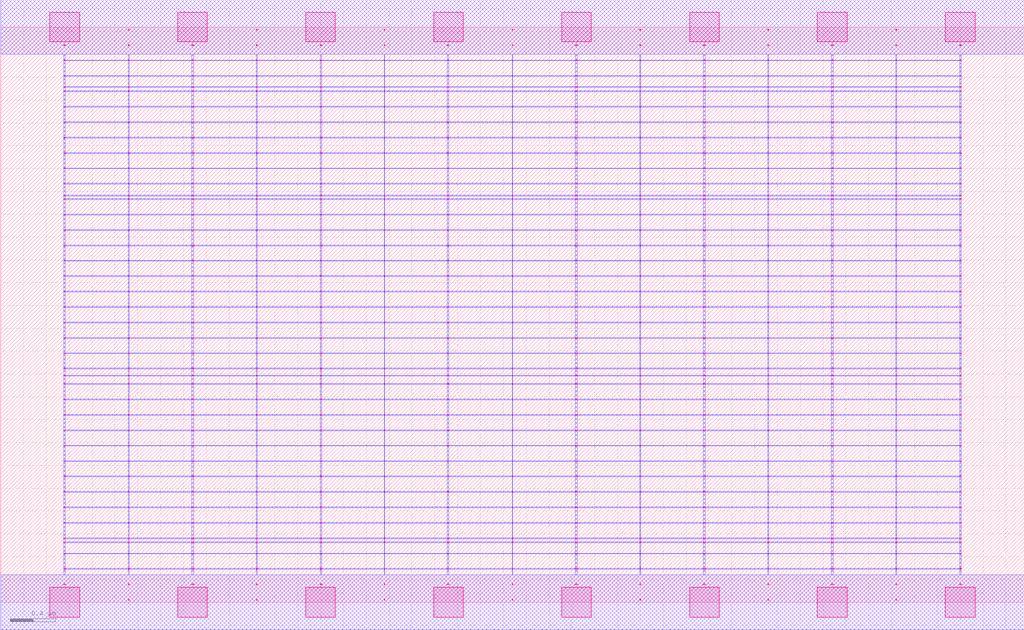
<source format=lef>
MACRO OOAOI2211_DEBUG
 CLASS CORE ;
 FOREIGN OOAOI2211_DEBUG 0 0 ;
 SIZE 8.96 BY 5.04 ;
 ORIGIN 0 0 ;
 SYMMETRY X Y R90 ;
 SITE unit ;

 OBS
    LAYER polycont ;
     RECT 4.47600000 2.58300000 4.48400000 2.59100000 ;
     RECT 4.47600000 2.71800000 4.48400000 2.72600000 ;
     RECT 4.47600000 2.85300000 4.48400000 2.86100000 ;
     RECT 4.47600000 2.98800000 4.48400000 2.99600000 ;
     RECT 6.71600000 2.58300000 6.72400000 2.59100000 ;
     RECT 7.27100000 2.58300000 7.28900000 2.59100000 ;
     RECT 7.83600000 2.58300000 7.84400000 2.59100000 ;
     RECT 8.39600000 2.58300000 8.40900000 2.59100000 ;
     RECT 5.03100000 2.58300000 5.04900000 2.59100000 ;
     RECT 5.03100000 2.71800000 5.04900000 2.72600000 ;
     RECT 5.59600000 2.71800000 5.60400000 2.72600000 ;
     RECT 6.15100000 2.71800000 6.16900000 2.72600000 ;
     RECT 6.71600000 2.71800000 6.72400000 2.72600000 ;
     RECT 7.27100000 2.71800000 7.28900000 2.72600000 ;
     RECT 7.83600000 2.71800000 7.84400000 2.72600000 ;
     RECT 8.39600000 2.71800000 8.40900000 2.72600000 ;
     RECT 5.59600000 2.58300000 5.60400000 2.59100000 ;
     RECT 5.03100000 2.85300000 5.04900000 2.86100000 ;
     RECT 5.59600000 2.85300000 5.60400000 2.86100000 ;
     RECT 6.15100000 2.85300000 6.16900000 2.86100000 ;
     RECT 6.71600000 2.85300000 6.72400000 2.86100000 ;
     RECT 7.27100000 2.85300000 7.28900000 2.86100000 ;
     RECT 7.83600000 2.85300000 7.84400000 2.86100000 ;
     RECT 8.39600000 2.85300000 8.40900000 2.86100000 ;
     RECT 6.15100000 2.58300000 6.16900000 2.59100000 ;
     RECT 5.03100000 2.98800000 5.04900000 2.99600000 ;
     RECT 5.59600000 2.98800000 5.60400000 2.99600000 ;
     RECT 6.15100000 2.98800000 6.16900000 2.99600000 ;
     RECT 6.71600000 2.98800000 6.72400000 2.99600000 ;
     RECT 7.27100000 2.98800000 7.28900000 2.99600000 ;
     RECT 7.83600000 2.98800000 7.84400000 2.99600000 ;
     RECT 8.39600000 2.98800000 8.40900000 2.99600000 ;
     RECT 1.67100000 2.85300000 1.68900000 2.86100000 ;
     RECT 2.23600000 2.85300000 2.24400000 2.86100000 ;
     RECT 2.79600000 2.85300000 2.80900000 2.86100000 ;
     RECT 3.35600000 2.85300000 3.36400000 2.86100000 ;
     RECT 3.91100000 2.85300000 3.92400000 2.86100000 ;
     RECT 1.11600000 2.71800000 1.12400000 2.72600000 ;
     RECT 1.67100000 2.71800000 1.68900000 2.72600000 ;
     RECT 2.23600000 2.71800000 2.24400000 2.72600000 ;
     RECT 2.79600000 2.71800000 2.80900000 2.72600000 ;
     RECT 3.35600000 2.71800000 3.36400000 2.72600000 ;
     RECT 3.91100000 2.71800000 3.92400000 2.72600000 ;
     RECT 1.11600000 2.58300000 1.12400000 2.59100000 ;
     RECT 1.67100000 2.58300000 1.68900000 2.59100000 ;
     RECT 0.55100000 2.98800000 0.56400000 2.99600000 ;
     RECT 1.11600000 2.98800000 1.12400000 2.99600000 ;
     RECT 1.67100000 2.98800000 1.68900000 2.99600000 ;
     RECT 2.23600000 2.98800000 2.24400000 2.99600000 ;
     RECT 2.79600000 2.98800000 2.80900000 2.99600000 ;
     RECT 3.35600000 2.98800000 3.36400000 2.99600000 ;
     RECT 3.91100000 2.98800000 3.92400000 2.99600000 ;
     RECT 2.23600000 2.58300000 2.24400000 2.59100000 ;
     RECT 2.79600000 2.58300000 2.80900000 2.59100000 ;
     RECT 3.35600000 2.58300000 3.36400000 2.59100000 ;
     RECT 3.91100000 2.58300000 3.92400000 2.59100000 ;
     RECT 0.55100000 2.58300000 0.56400000 2.59100000 ;
     RECT 0.55100000 2.71800000 0.56400000 2.72600000 ;
     RECT 0.55100000 2.85300000 0.56400000 2.86100000 ;
     RECT 1.11600000 2.85300000 1.12400000 2.86100000 ;
     RECT 3.35600000 3.12300000 3.36400000 3.13100000 ;
     RECT 3.35600000 3.25800000 3.36400000 3.26600000 ;
     RECT 3.35600000 3.39300000 3.36400000 3.40100000 ;
     RECT 3.35600000 3.52800000 3.36400000 3.53600000 ;
     RECT 3.35600000 3.56100000 3.36400000 3.56900000 ;
     RECT 3.35600000 3.66300000 3.36400000 3.67100000 ;
     RECT 3.35600000 3.79800000 3.36400000 3.80600000 ;
     RECT 3.35600000 3.93300000 3.36400000 3.94100000 ;
     RECT 3.35600000 4.06800000 3.36400000 4.07600000 ;
     RECT 3.35600000 4.20300000 3.36400000 4.21100000 ;
     RECT 3.35600000 4.33800000 3.36400000 4.34600000 ;
     RECT 3.35600000 4.47300000 3.36400000 4.48100000 ;
     RECT 3.35600000 4.51100000 3.36400000 4.51900000 ;
     RECT 3.35600000 4.60800000 3.36400000 4.61600000 ;
     RECT 3.35600000 4.74300000 3.36400000 4.75100000 ;
     RECT 3.35600000 4.87800000 3.36400000 4.88600000 ;
     RECT 7.83600000 2.31300000 7.84400000 2.32100000 ;
     RECT 8.39600000 2.31300000 8.40900000 2.32100000 ;
     RECT 7.83600000 2.44800000 7.84400000 2.45600000 ;
     RECT 8.39600000 2.44800000 8.40900000 2.45600000 ;
     RECT 7.83600000 0.15300000 7.84400000 0.16100000 ;
     RECT 8.39600000 0.15300000 8.40900000 0.16100000 ;
     RECT 7.83600000 0.28800000 7.84400000 0.29600000 ;
     RECT 8.39600000 0.28800000 8.40900000 0.29600000 ;
     RECT 7.83600000 0.42300000 7.84400000 0.43100000 ;
     RECT 8.39600000 0.42300000 8.40900000 0.43100000 ;
     RECT 7.83600000 0.52100000 7.84400000 0.52900000 ;
     RECT 8.39600000 0.52100000 8.40900000 0.52900000 ;
     RECT 7.83600000 0.55800000 7.84400000 0.56600000 ;
     RECT 8.39600000 0.55800000 8.40900000 0.56600000 ;
     RECT 7.83600000 0.69300000 7.84400000 0.70100000 ;
     RECT 8.39600000 0.69300000 8.40900000 0.70100000 ;
     RECT 7.83600000 0.82800000 7.84400000 0.83600000 ;
     RECT 8.39600000 0.82800000 8.40900000 0.83600000 ;
     RECT 7.83600000 0.96300000 7.84400000 0.97100000 ;
     RECT 8.39600000 0.96300000 8.40900000 0.97100000 ;
     RECT 7.83600000 1.09800000 7.84400000 1.10600000 ;
     RECT 8.39600000 1.09800000 8.40900000 1.10600000 ;
     RECT 7.83600000 1.23300000 7.84400000 1.24100000 ;
     RECT 8.39600000 1.23300000 8.40900000 1.24100000 ;
     RECT 7.83600000 1.36800000 7.84400000 1.37600000 ;
     RECT 8.39600000 1.36800000 8.40900000 1.37600000 ;
     RECT 7.83600000 1.50300000 7.84400000 1.51100000 ;
     RECT 8.39600000 1.50300000 8.40900000 1.51100000 ;
     RECT 7.83600000 1.63800000 7.84400000 1.64600000 ;
     RECT 8.39600000 1.63800000 8.40900000 1.64600000 ;
     RECT 7.83600000 1.77300000 7.84400000 1.78100000 ;
     RECT 8.39600000 1.77300000 8.40900000 1.78100000 ;
     RECT 7.83600000 1.90800000 7.84400000 1.91600000 ;
     RECT 8.39600000 1.90800000 8.40900000 1.91600000 ;
     RECT 7.83600000 1.98100000 7.84400000 1.98900000 ;
     RECT 8.39600000 1.98100000 8.40900000 1.98900000 ;
     RECT 7.83600000 2.04300000 7.84400000 2.05100000 ;
     RECT 8.39600000 2.04300000 8.40900000 2.05100000 ;
     RECT 7.83600000 2.17800000 7.84400000 2.18600000 ;
     RECT 8.39600000 2.17800000 8.40900000 2.18600000 ;

    LAYER pdiffc ;
     RECT 0.55100000 3.39300000 0.55900000 3.40100000 ;
     RECT 2.80100000 3.39300000 2.80900000 3.40100000 ;
     RECT 3.91100000 3.39300000 3.91900000 3.40100000 ;
     RECT 8.40100000 3.39300000 8.40900000 3.40100000 ;
     RECT 0.55100000 3.52800000 0.55900000 3.53600000 ;
     RECT 2.80100000 3.52800000 2.80900000 3.53600000 ;
     RECT 3.91100000 3.52800000 3.91900000 3.53600000 ;
     RECT 8.40100000 3.52800000 8.40900000 3.53600000 ;
     RECT 0.55100000 3.56100000 0.55900000 3.56900000 ;
     RECT 2.80100000 3.56100000 2.80900000 3.56900000 ;
     RECT 3.91100000 3.56100000 3.91900000 3.56900000 ;
     RECT 8.40100000 3.56100000 8.40900000 3.56900000 ;
     RECT 0.55100000 3.66300000 0.55900000 3.67100000 ;
     RECT 2.80100000 3.66300000 2.80900000 3.67100000 ;
     RECT 3.91100000 3.66300000 3.91900000 3.67100000 ;
     RECT 8.40100000 3.66300000 8.40900000 3.67100000 ;
     RECT 0.55100000 3.79800000 0.55900000 3.80600000 ;
     RECT 2.80100000 3.79800000 2.80900000 3.80600000 ;
     RECT 3.91100000 3.79800000 3.91900000 3.80600000 ;
     RECT 8.40100000 3.79800000 8.40900000 3.80600000 ;
     RECT 0.55100000 3.93300000 0.55900000 3.94100000 ;
     RECT 2.80100000 3.93300000 2.80900000 3.94100000 ;
     RECT 3.91100000 3.93300000 3.91900000 3.94100000 ;
     RECT 8.40100000 3.93300000 8.40900000 3.94100000 ;
     RECT 0.55100000 4.06800000 0.55900000 4.07600000 ;
     RECT 2.80100000 4.06800000 2.80900000 4.07600000 ;
     RECT 3.91100000 4.06800000 3.91900000 4.07600000 ;
     RECT 8.40100000 4.06800000 8.40900000 4.07600000 ;
     RECT 0.55100000 4.20300000 0.55900000 4.21100000 ;
     RECT 2.80100000 4.20300000 2.80900000 4.21100000 ;
     RECT 3.91100000 4.20300000 3.91900000 4.21100000 ;
     RECT 8.40100000 4.20300000 8.40900000 4.21100000 ;
     RECT 0.55100000 4.33800000 0.55900000 4.34600000 ;
     RECT 2.80100000 4.33800000 2.80900000 4.34600000 ;
     RECT 3.91100000 4.33800000 3.91900000 4.34600000 ;
     RECT 8.40100000 4.33800000 8.40900000 4.34600000 ;
     RECT 0.55100000 4.47300000 0.55900000 4.48100000 ;
     RECT 2.80100000 4.47300000 2.80900000 4.48100000 ;
     RECT 3.91100000 4.47300000 3.91900000 4.48100000 ;
     RECT 8.40100000 4.47300000 8.40900000 4.48100000 ;
     RECT 0.55100000 4.51100000 0.55900000 4.51900000 ;
     RECT 2.80100000 4.51100000 2.80900000 4.51900000 ;
     RECT 3.91100000 4.51100000 3.91900000 4.51900000 ;
     RECT 8.40100000 4.51100000 8.40900000 4.51900000 ;
     RECT 0.55100000 4.60800000 0.55900000 4.61600000 ;
     RECT 2.80100000 4.60800000 2.80900000 4.61600000 ;
     RECT 3.91100000 4.60800000 3.91900000 4.61600000 ;
     RECT 8.40100000 4.60800000 8.40900000 4.61600000 ;

    LAYER ndiffc ;
     RECT 3.91100000 0.42300000 3.92400000 0.43100000 ;
     RECT 3.91100000 0.52100000 3.92400000 0.52900000 ;
     RECT 3.91100000 0.55800000 3.92400000 0.56600000 ;
     RECT 3.91100000 0.69300000 3.92400000 0.70100000 ;
     RECT 3.91100000 0.82800000 3.92400000 0.83600000 ;
     RECT 3.91100000 0.96300000 3.92400000 0.97100000 ;
     RECT 3.91100000 1.09800000 3.92400000 1.10600000 ;
     RECT 3.91100000 1.23300000 3.92400000 1.24100000 ;
     RECT 3.91100000 1.36800000 3.92400000 1.37600000 ;
     RECT 3.91100000 1.50300000 3.92400000 1.51100000 ;
     RECT 3.91100000 1.63800000 3.92400000 1.64600000 ;
     RECT 3.91100000 1.77300000 3.92400000 1.78100000 ;
     RECT 3.91100000 1.90800000 3.92400000 1.91600000 ;
     RECT 3.91100000 1.98100000 3.92400000 1.98900000 ;
     RECT 3.91100000 2.04300000 3.92400000 2.05100000 ;
     RECT 7.27100000 0.69300000 7.28900000 0.70100000 ;
     RECT 5.03100000 0.42300000 5.04900000 0.43100000 ;
     RECT 5.03100000 0.82800000 5.04900000 0.83600000 ;
     RECT 6.15100000 0.82800000 6.16900000 0.83600000 ;
     RECT 7.27100000 0.82800000 7.28900000 0.83600000 ;
     RECT 5.03100000 0.52100000 5.04900000 0.52900000 ;
     RECT 5.03100000 0.96300000 5.04900000 0.97100000 ;
     RECT 6.15100000 0.96300000 6.16900000 0.97100000 ;
     RECT 7.27100000 0.96300000 7.28900000 0.97100000 ;
     RECT 6.15100000 0.52100000 6.16900000 0.52900000 ;
     RECT 5.03100000 1.09800000 5.04900000 1.10600000 ;
     RECT 6.15100000 1.09800000 6.16900000 1.10600000 ;
     RECT 7.27100000 1.09800000 7.28900000 1.10600000 ;
     RECT 7.27100000 0.52100000 7.28900000 0.52900000 ;
     RECT 5.03100000 1.23300000 5.04900000 1.24100000 ;
     RECT 6.15100000 1.23300000 6.16900000 1.24100000 ;
     RECT 7.27100000 1.23300000 7.28900000 1.24100000 ;
     RECT 6.15100000 0.42300000 6.16900000 0.43100000 ;
     RECT 5.03100000 1.36800000 5.04900000 1.37600000 ;
     RECT 6.15100000 1.36800000 6.16900000 1.37600000 ;
     RECT 7.27100000 1.36800000 7.28900000 1.37600000 ;
     RECT 5.03100000 0.55800000 5.04900000 0.56600000 ;
     RECT 5.03100000 1.50300000 5.04900000 1.51100000 ;
     RECT 6.15100000 1.50300000 6.16900000 1.51100000 ;
     RECT 7.27100000 1.50300000 7.28900000 1.51100000 ;
     RECT 6.15100000 0.55800000 6.16900000 0.56600000 ;
     RECT 5.03100000 1.63800000 5.04900000 1.64600000 ;
     RECT 6.15100000 1.63800000 6.16900000 1.64600000 ;
     RECT 7.27100000 1.63800000 7.28900000 1.64600000 ;
     RECT 7.27100000 0.55800000 7.28900000 0.56600000 ;
     RECT 5.03100000 1.77300000 5.04900000 1.78100000 ;
     RECT 6.15100000 1.77300000 6.16900000 1.78100000 ;
     RECT 7.27100000 1.77300000 7.28900000 1.78100000 ;
     RECT 7.27100000 0.42300000 7.28900000 0.43100000 ;
     RECT 5.03100000 1.90800000 5.04900000 1.91600000 ;
     RECT 6.15100000 1.90800000 6.16900000 1.91600000 ;
     RECT 7.27100000 1.90800000 7.28900000 1.91600000 ;
     RECT 5.03100000 0.69300000 5.04900000 0.70100000 ;
     RECT 5.03100000 1.98100000 5.04900000 1.98900000 ;
     RECT 6.15100000 1.98100000 6.16900000 1.98900000 ;
     RECT 7.27100000 1.98100000 7.28900000 1.98900000 ;
     RECT 6.15100000 0.69300000 6.16900000 0.70100000 ;
     RECT 5.03100000 2.04300000 5.04900000 2.05100000 ;
     RECT 6.15100000 2.04300000 6.16900000 2.05100000 ;
     RECT 7.27100000 2.04300000 7.28900000 2.05100000 ;
     RECT 2.79600000 0.52100000 2.80900000 0.52900000 ;
     RECT 1.67100000 0.42300000 1.68900000 0.43100000 ;
     RECT 0.55100000 0.96300000 0.56400000 0.97100000 ;
     RECT 0.55100000 1.50300000 0.56400000 1.51100000 ;
     RECT 1.67100000 1.50300000 1.68900000 1.51100000 ;
     RECT 2.79600000 1.50300000 2.80900000 1.51100000 ;
     RECT 1.67100000 0.96300000 1.68900000 0.97100000 ;
     RECT 2.79600000 0.96300000 2.80900000 0.97100000 ;
     RECT 2.79600000 0.42300000 2.80900000 0.43100000 ;
     RECT 0.55100000 0.69300000 0.56400000 0.70100000 ;
     RECT 0.55100000 1.63800000 0.56400000 1.64600000 ;
     RECT 1.67100000 1.63800000 1.68900000 1.64600000 ;
     RECT 2.79600000 1.63800000 2.80900000 1.64600000 ;
     RECT 1.67100000 0.69300000 1.68900000 0.70100000 ;
     RECT 2.79600000 0.69300000 2.80900000 0.70100000 ;
     RECT 0.55100000 1.09800000 0.56400000 1.10600000 ;
     RECT 1.67100000 1.09800000 1.68900000 1.10600000 ;
     RECT 0.55100000 1.77300000 0.56400000 1.78100000 ;
     RECT 1.67100000 1.77300000 1.68900000 1.78100000 ;
     RECT 2.79600000 1.77300000 2.80900000 1.78100000 ;
     RECT 2.79600000 1.09800000 2.80900000 1.10600000 ;
     RECT 0.55100000 0.42300000 0.56400000 0.43100000 ;
     RECT 0.55100000 0.52100000 0.56400000 0.52900000 ;
     RECT 0.55100000 0.55800000 0.56400000 0.56600000 ;
     RECT 0.55100000 1.90800000 0.56400000 1.91600000 ;
     RECT 1.67100000 1.90800000 1.68900000 1.91600000 ;
     RECT 2.79600000 1.90800000 2.80900000 1.91600000 ;
     RECT 1.67100000 0.55800000 1.68900000 0.56600000 ;
     RECT 0.55100000 1.23300000 0.56400000 1.24100000 ;
     RECT 1.67100000 1.23300000 1.68900000 1.24100000 ;
     RECT 2.79600000 1.23300000 2.80900000 1.24100000 ;
     RECT 0.55100000 1.98100000 0.56400000 1.98900000 ;
     RECT 1.67100000 1.98100000 1.68900000 1.98900000 ;
     RECT 2.79600000 1.98100000 2.80900000 1.98900000 ;
     RECT 0.55100000 0.82800000 0.56400000 0.83600000 ;
     RECT 1.67100000 0.82800000 1.68900000 0.83600000 ;
     RECT 2.79600000 0.82800000 2.80900000 0.83600000 ;
     RECT 2.79600000 0.55800000 2.80900000 0.56600000 ;
     RECT 0.55100000 2.04300000 0.56400000 2.05100000 ;
     RECT 1.67100000 2.04300000 1.68900000 2.05100000 ;
     RECT 2.79600000 2.04300000 2.80900000 2.05100000 ;
     RECT 0.55100000 1.36800000 0.56400000 1.37600000 ;
     RECT 1.67100000 1.36800000 1.68900000 1.37600000 ;
     RECT 2.79600000 1.36800000 2.80900000 1.37600000 ;
     RECT 1.67100000 0.52100000 1.68900000 0.52900000 ;

    LAYER met1 ;
     RECT 0.00000000 -0.24000000 8.96000000 0.24000000 ;
     RECT 4.47600000 0.24000000 4.48400000 0.28800000 ;
     RECT 0.55100000 0.28800000 8.40900000 0.29600000 ;
     RECT 4.47600000 0.29600000 4.48400000 0.42300000 ;
     RECT 0.55100000 0.42300000 8.40900000 0.43100000 ;
     RECT 4.47600000 0.43100000 4.48400000 0.52100000 ;
     RECT 0.55100000 0.52100000 8.40900000 0.52900000 ;
     RECT 4.47600000 0.52900000 4.48400000 0.55800000 ;
     RECT 0.55100000 0.55800000 8.40900000 0.56600000 ;
     RECT 4.47600000 0.56600000 4.48400000 0.69300000 ;
     RECT 0.55100000 0.69300000 8.40900000 0.70100000 ;
     RECT 4.47600000 0.70100000 4.48400000 0.82800000 ;
     RECT 0.55100000 0.82800000 8.40900000 0.83600000 ;
     RECT 4.47600000 0.83600000 4.48400000 0.96300000 ;
     RECT 0.55100000 0.96300000 8.40900000 0.97100000 ;
     RECT 4.47600000 0.97100000 4.48400000 1.09800000 ;
     RECT 0.55100000 1.09800000 8.40900000 1.10600000 ;
     RECT 4.47600000 1.10600000 4.48400000 1.23300000 ;
     RECT 0.55100000 1.23300000 8.40900000 1.24100000 ;
     RECT 4.47600000 1.24100000 4.48400000 1.36800000 ;
     RECT 0.55100000 1.36800000 8.40900000 1.37600000 ;
     RECT 4.47600000 1.37600000 4.48400000 1.50300000 ;
     RECT 0.55100000 1.50300000 8.40900000 1.51100000 ;
     RECT 4.47600000 1.51100000 4.48400000 1.63800000 ;
     RECT 0.55100000 1.63800000 8.40900000 1.64600000 ;
     RECT 4.47600000 1.64600000 4.48400000 1.77300000 ;
     RECT 0.55100000 1.77300000 8.40900000 1.78100000 ;
     RECT 4.47600000 1.78100000 4.48400000 1.90800000 ;
     RECT 0.55100000 1.90800000 8.40900000 1.91600000 ;
     RECT 4.47600000 1.91600000 4.48400000 1.98100000 ;
     RECT 0.55100000 1.98100000 8.40900000 1.98900000 ;
     RECT 4.47600000 1.98900000 4.48400000 2.04300000 ;
     RECT 0.55100000 2.04300000 8.40900000 2.05100000 ;
     RECT 4.47600000 2.05100000 4.48400000 2.17800000 ;
     RECT 0.55100000 2.17800000 8.40900000 2.18600000 ;
     RECT 4.47600000 2.18600000 4.48400000 2.31300000 ;
     RECT 0.55100000 2.31300000 8.40900000 2.32100000 ;
     RECT 4.47600000 2.32100000 4.48400000 2.44800000 ;
     RECT 0.55100000 2.44800000 8.40900000 2.45600000 ;
     RECT 0.55100000 2.45600000 0.56400000 2.58300000 ;
     RECT 1.11600000 2.45600000 1.12400000 2.58300000 ;
     RECT 1.67100000 2.45600000 1.68900000 2.58300000 ;
     RECT 2.23600000 2.45600000 2.24400000 2.58300000 ;
     RECT 2.79600000 2.45600000 2.80900000 2.58300000 ;
     RECT 3.35600000 2.45600000 3.36400000 2.58300000 ;
     RECT 3.91100000 2.45600000 3.92400000 2.58300000 ;
     RECT 4.47600000 2.45600000 4.48400000 2.58300000 ;
     RECT 5.03100000 2.45600000 5.04900000 2.58300000 ;
     RECT 5.59600000 2.45600000 5.60400000 2.58300000 ;
     RECT 6.15100000 2.45600000 6.16900000 2.58300000 ;
     RECT 6.71600000 2.45600000 6.72400000 2.58300000 ;
     RECT 7.27100000 2.45600000 7.28900000 2.58300000 ;
     RECT 7.83600000 2.45600000 7.84400000 2.58300000 ;
     RECT 8.39600000 2.45600000 8.40900000 2.58300000 ;
     RECT 0.55100000 2.58300000 8.40900000 2.59100000 ;
     RECT 4.47600000 2.59100000 4.48400000 2.71800000 ;
     RECT 0.55100000 2.71800000 8.40900000 2.72600000 ;
     RECT 4.47600000 2.72600000 4.48400000 2.85300000 ;
     RECT 0.55100000 2.85300000 8.40900000 2.86100000 ;
     RECT 4.47600000 2.86100000 4.48400000 2.98800000 ;
     RECT 0.55100000 2.98800000 8.40900000 2.99600000 ;
     RECT 4.47600000 2.99600000 4.48400000 3.12300000 ;
     RECT 0.55100000 3.12300000 8.40900000 3.13100000 ;
     RECT 4.47600000 3.13100000 4.48400000 3.25800000 ;
     RECT 0.55100000 3.25800000 8.40900000 3.26600000 ;
     RECT 4.47600000 3.26600000 4.48400000 3.39300000 ;
     RECT 0.55100000 3.39300000 8.40900000 3.40100000 ;
     RECT 4.47600000 3.40100000 4.48400000 3.52800000 ;
     RECT 0.55100000 3.52800000 8.40900000 3.53600000 ;
     RECT 4.47600000 3.53600000 4.48400000 3.56100000 ;
     RECT 0.55100000 3.56100000 8.40900000 3.56900000 ;
     RECT 4.47600000 3.56900000 4.48400000 3.66300000 ;
     RECT 0.55100000 3.66300000 8.40900000 3.67100000 ;
     RECT 4.47600000 3.67100000 4.48400000 3.79800000 ;
     RECT 0.55100000 3.79800000 8.40900000 3.80600000 ;
     RECT 4.47600000 3.80600000 4.48400000 3.93300000 ;
     RECT 0.55100000 3.93300000 8.40900000 3.94100000 ;
     RECT 4.47600000 3.94100000 4.48400000 4.06800000 ;
     RECT 0.55100000 4.06800000 8.40900000 4.07600000 ;
     RECT 4.47600000 4.07600000 4.48400000 4.20300000 ;
     RECT 0.55100000 4.20300000 8.40900000 4.21100000 ;
     RECT 4.47600000 4.21100000 4.48400000 4.33800000 ;
     RECT 0.55100000 4.33800000 8.40900000 4.34600000 ;
     RECT 4.47600000 4.34600000 4.48400000 4.47300000 ;
     RECT 0.55100000 4.47300000 8.40900000 4.48100000 ;
     RECT 4.47600000 4.48100000 4.48400000 4.51100000 ;
     RECT 0.55100000 4.51100000 8.40900000 4.51900000 ;
     RECT 4.47600000 4.51900000 4.48400000 4.60800000 ;
     RECT 0.55100000 4.60800000 8.40900000 4.61600000 ;
     RECT 4.47600000 4.61600000 4.48400000 4.74300000 ;
     RECT 0.55100000 4.74300000 8.40900000 4.75100000 ;
     RECT 4.47600000 4.75100000 4.48400000 4.80000000 ;
     RECT 0.00000000 4.80000000 8.96000000 5.28000000 ;
     RECT 6.71600000 3.13100000 6.72400000 3.25800000 ;
     RECT 6.71600000 3.26600000 6.72400000 3.39300000 ;
     RECT 6.71600000 3.40100000 6.72400000 3.52800000 ;
     RECT 6.71600000 2.72600000 6.72400000 2.85300000 ;
     RECT 6.71600000 3.53600000 6.72400000 3.56100000 ;
     RECT 6.71600000 3.56900000 6.72400000 3.66300000 ;
     RECT 6.71600000 2.59100000 6.72400000 2.71800000 ;
     RECT 6.71600000 3.67100000 6.72400000 3.79800000 ;
     RECT 5.03100000 3.80600000 5.04900000 3.93300000 ;
     RECT 5.59600000 3.80600000 5.60400000 3.93300000 ;
     RECT 6.15100000 3.80600000 6.16900000 3.93300000 ;
     RECT 6.71600000 3.80600000 6.72400000 3.93300000 ;
     RECT 7.27100000 3.80600000 7.28900000 3.93300000 ;
     RECT 7.83600000 3.80600000 7.84400000 3.93300000 ;
     RECT 8.39600000 3.80600000 8.40900000 3.93300000 ;
     RECT 6.71600000 2.86100000 6.72400000 2.98800000 ;
     RECT 6.71600000 3.94100000 6.72400000 4.06800000 ;
     RECT 6.71600000 4.07600000 6.72400000 4.20300000 ;
     RECT 6.71600000 4.21100000 6.72400000 4.33800000 ;
     RECT 6.71600000 4.34600000 6.72400000 4.47300000 ;
     RECT 6.71600000 4.48100000 6.72400000 4.51100000 ;
     RECT 6.71600000 2.99600000 6.72400000 3.12300000 ;
     RECT 6.71600000 4.51900000 6.72400000 4.60800000 ;
     RECT 6.71600000 4.61600000 6.72400000 4.74300000 ;
     RECT 6.71600000 4.75100000 6.72400000 4.80000000 ;
     RECT 7.27100000 4.21100000 7.28900000 4.33800000 ;
     RECT 7.83600000 4.21100000 7.84400000 4.33800000 ;
     RECT 8.39600000 4.21100000 8.40900000 4.33800000 ;
     RECT 8.39600000 3.94100000 8.40900000 4.06800000 ;
     RECT 7.27100000 4.34600000 7.28900000 4.47300000 ;
     RECT 7.83600000 4.34600000 7.84400000 4.47300000 ;
     RECT 8.39600000 4.34600000 8.40900000 4.47300000 ;
     RECT 7.27100000 3.94100000 7.28900000 4.06800000 ;
     RECT 7.27100000 4.48100000 7.28900000 4.51100000 ;
     RECT 7.83600000 4.48100000 7.84400000 4.51100000 ;
     RECT 8.39600000 4.48100000 8.40900000 4.51100000 ;
     RECT 7.27100000 4.07600000 7.28900000 4.20300000 ;
     RECT 7.83600000 4.07600000 7.84400000 4.20300000 ;
     RECT 7.27100000 4.51900000 7.28900000 4.60800000 ;
     RECT 7.83600000 4.51900000 7.84400000 4.60800000 ;
     RECT 8.39600000 4.51900000 8.40900000 4.60800000 ;
     RECT 8.39600000 4.07600000 8.40900000 4.20300000 ;
     RECT 7.27100000 4.61600000 7.28900000 4.74300000 ;
     RECT 7.83600000 4.61600000 7.84400000 4.74300000 ;
     RECT 8.39600000 4.61600000 8.40900000 4.74300000 ;
     RECT 7.83600000 3.94100000 7.84400000 4.06800000 ;
     RECT 7.27100000 4.75100000 7.28900000 4.80000000 ;
     RECT 7.83600000 4.75100000 7.84400000 4.80000000 ;
     RECT 8.39600000 4.75100000 8.40900000 4.80000000 ;
     RECT 6.15100000 4.07600000 6.16900000 4.20300000 ;
     RECT 5.59600000 3.94100000 5.60400000 4.06800000 ;
     RECT 6.15100000 3.94100000 6.16900000 4.06800000 ;
     RECT 5.03100000 4.51900000 5.04900000 4.60800000 ;
     RECT 5.59600000 4.51900000 5.60400000 4.60800000 ;
     RECT 6.15100000 4.51900000 6.16900000 4.60800000 ;
     RECT 5.03100000 4.34600000 5.04900000 4.47300000 ;
     RECT 5.59600000 4.34600000 5.60400000 4.47300000 ;
     RECT 6.15100000 4.34600000 6.16900000 4.47300000 ;
     RECT 5.03100000 3.94100000 5.04900000 4.06800000 ;
     RECT 5.03100000 4.61600000 5.04900000 4.74300000 ;
     RECT 5.59600000 4.61600000 5.60400000 4.74300000 ;
     RECT 6.15100000 4.61600000 6.16900000 4.74300000 ;
     RECT 5.03100000 4.07600000 5.04900000 4.20300000 ;
     RECT 5.03100000 4.21100000 5.04900000 4.33800000 ;
     RECT 5.59600000 4.21100000 5.60400000 4.33800000 ;
     RECT 5.03100000 4.48100000 5.04900000 4.51100000 ;
     RECT 5.03100000 4.75100000 5.04900000 4.80000000 ;
     RECT 5.59600000 4.75100000 5.60400000 4.80000000 ;
     RECT 6.15100000 4.75100000 6.16900000 4.80000000 ;
     RECT 5.59600000 4.48100000 5.60400000 4.51100000 ;
     RECT 6.15100000 4.48100000 6.16900000 4.51100000 ;
     RECT 6.15100000 4.21100000 6.16900000 4.33800000 ;
     RECT 5.59600000 4.07600000 5.60400000 4.20300000 ;
     RECT 5.03100000 3.56900000 5.04900000 3.66300000 ;
     RECT 5.59600000 3.56900000 5.60400000 3.66300000 ;
     RECT 6.15100000 3.56900000 6.16900000 3.66300000 ;
     RECT 5.03100000 3.26600000 5.04900000 3.39300000 ;
     RECT 6.15100000 2.59100000 6.16900000 2.71800000 ;
     RECT 5.59600000 3.26600000 5.60400000 3.39300000 ;
     RECT 5.03100000 3.67100000 5.04900000 3.79800000 ;
     RECT 5.59600000 3.67100000 5.60400000 3.79800000 ;
     RECT 6.15100000 3.67100000 6.16900000 3.79800000 ;
     RECT 6.15100000 3.26600000 6.16900000 3.39300000 ;
     RECT 5.03100000 2.86100000 5.04900000 2.98800000 ;
     RECT 5.59600000 2.86100000 5.60400000 2.98800000 ;
     RECT 6.15100000 3.13100000 6.16900000 3.25800000 ;
     RECT 5.59600000 2.72600000 5.60400000 2.85300000 ;
     RECT 6.15100000 2.72600000 6.16900000 2.85300000 ;
     RECT 5.03100000 3.40100000 5.04900000 3.52800000 ;
     RECT 5.59600000 3.40100000 5.60400000 3.52800000 ;
     RECT 5.03100000 2.99600000 5.04900000 3.12300000 ;
     RECT 6.15100000 3.40100000 6.16900000 3.52800000 ;
     RECT 5.59600000 3.13100000 5.60400000 3.25800000 ;
     RECT 6.15100000 2.86100000 6.16900000 2.98800000 ;
     RECT 5.03100000 2.59100000 5.04900000 2.71800000 ;
     RECT 5.59600000 2.59100000 5.60400000 2.71800000 ;
     RECT 5.03100000 3.53600000 5.04900000 3.56100000 ;
     RECT 5.59600000 3.53600000 5.60400000 3.56100000 ;
     RECT 6.15100000 3.53600000 6.16900000 3.56100000 ;
     RECT 5.59600000 2.99600000 5.60400000 3.12300000 ;
     RECT 6.15100000 2.99600000 6.16900000 3.12300000 ;
     RECT 5.03100000 2.72600000 5.04900000 2.85300000 ;
     RECT 5.03100000 3.13100000 5.04900000 3.25800000 ;
     RECT 7.83600000 2.72600000 7.84400000 2.85300000 ;
     RECT 8.39600000 2.86100000 8.40900000 2.98800000 ;
     RECT 7.27100000 2.59100000 7.28900000 2.71800000 ;
     RECT 7.27100000 2.99600000 7.28900000 3.12300000 ;
     RECT 8.39600000 2.72600000 8.40900000 2.85300000 ;
     RECT 8.39600000 3.26600000 8.40900000 3.39300000 ;
     RECT 7.27100000 3.40100000 7.28900000 3.52800000 ;
     RECT 7.83600000 3.40100000 7.84400000 3.52800000 ;
     RECT 8.39600000 3.40100000 8.40900000 3.52800000 ;
     RECT 7.27100000 3.56900000 7.28900000 3.66300000 ;
     RECT 7.83600000 3.56900000 7.84400000 3.66300000 ;
     RECT 7.83600000 2.99600000 7.84400000 3.12300000 ;
     RECT 8.39600000 2.99600000 8.40900000 3.12300000 ;
     RECT 7.83600000 2.59100000 7.84400000 2.71800000 ;
     RECT 8.39600000 3.56900000 8.40900000 3.66300000 ;
     RECT 7.27100000 3.13100000 7.28900000 3.25800000 ;
     RECT 7.27100000 2.72600000 7.28900000 2.85300000 ;
     RECT 7.83600000 3.13100000 7.84400000 3.25800000 ;
     RECT 8.39600000 3.13100000 8.40900000 3.25800000 ;
     RECT 7.27100000 3.26600000 7.28900000 3.39300000 ;
     RECT 8.39600000 2.59100000 8.40900000 2.71800000 ;
     RECT 7.83600000 3.26600000 7.84400000 3.39300000 ;
     RECT 7.27100000 2.86100000 7.28900000 2.98800000 ;
     RECT 7.83600000 2.86100000 7.84400000 2.98800000 ;
     RECT 7.27100000 3.67100000 7.28900000 3.79800000 ;
     RECT 7.83600000 3.67100000 7.84400000 3.79800000 ;
     RECT 8.39600000 3.67100000 8.40900000 3.79800000 ;
     RECT 7.27100000 3.53600000 7.28900000 3.56100000 ;
     RECT 7.83600000 3.53600000 7.84400000 3.56100000 ;
     RECT 8.39600000 3.53600000 8.40900000 3.56100000 ;
     RECT 2.23600000 3.94100000 2.24400000 4.06800000 ;
     RECT 2.23600000 3.40100000 2.24400000 3.52800000 ;
     RECT 2.23600000 4.07600000 2.24400000 4.20300000 ;
     RECT 2.23600000 3.53600000 2.24400000 3.56100000 ;
     RECT 2.23600000 4.21100000 2.24400000 4.33800000 ;
     RECT 2.23600000 2.86100000 2.24400000 2.98800000 ;
     RECT 2.23600000 3.13100000 2.24400000 3.25800000 ;
     RECT 2.23600000 4.34600000 2.24400000 4.47300000 ;
     RECT 2.23600000 3.56900000 2.24400000 3.66300000 ;
     RECT 2.23600000 4.48100000 2.24400000 4.51100000 ;
     RECT 2.23600000 2.72600000 2.24400000 2.85300000 ;
     RECT 2.23600000 4.51900000 2.24400000 4.60800000 ;
     RECT 2.23600000 3.67100000 2.24400000 3.79800000 ;
     RECT 2.23600000 4.61600000 2.24400000 4.74300000 ;
     RECT 2.23600000 3.26600000 2.24400000 3.39300000 ;
     RECT 2.23600000 2.59100000 2.24400000 2.71800000 ;
     RECT 0.55100000 3.80600000 0.56400000 3.93300000 ;
     RECT 1.11600000 3.80600000 1.12400000 3.93300000 ;
     RECT 2.23600000 4.75100000 2.24400000 4.80000000 ;
     RECT 1.67100000 3.80600000 1.68900000 3.93300000 ;
     RECT 2.23600000 3.80600000 2.24400000 3.93300000 ;
     RECT 2.79600000 3.80600000 2.80900000 3.93300000 ;
     RECT 3.35600000 3.80600000 3.36400000 3.93300000 ;
     RECT 3.91100000 3.80600000 3.92400000 3.93300000 ;
     RECT 2.23600000 2.99600000 2.24400000 3.12300000 ;
     RECT 2.79600000 3.94100000 2.80900000 4.06800000 ;
     RECT 2.79600000 4.21100000 2.80900000 4.33800000 ;
     RECT 2.79600000 4.51900000 2.80900000 4.60800000 ;
     RECT 3.35600000 4.51900000 3.36400000 4.60800000 ;
     RECT 3.91100000 4.51900000 3.92400000 4.60800000 ;
     RECT 3.35600000 4.21100000 3.36400000 4.33800000 ;
     RECT 3.91100000 4.21100000 3.92400000 4.33800000 ;
     RECT 2.79600000 4.61600000 2.80900000 4.74300000 ;
     RECT 3.35600000 4.61600000 3.36400000 4.74300000 ;
     RECT 3.91100000 4.61600000 3.92400000 4.74300000 ;
     RECT 3.35600000 3.94100000 3.36400000 4.06800000 ;
     RECT 2.79600000 4.07600000 2.80900000 4.20300000 ;
     RECT 3.35600000 4.07600000 3.36400000 4.20300000 ;
     RECT 2.79600000 4.34600000 2.80900000 4.47300000 ;
     RECT 3.35600000 4.34600000 3.36400000 4.47300000 ;
     RECT 2.79600000 4.75100000 2.80900000 4.80000000 ;
     RECT 3.35600000 4.75100000 3.36400000 4.80000000 ;
     RECT 3.91100000 4.75100000 3.92400000 4.80000000 ;
     RECT 3.91100000 4.34600000 3.92400000 4.47300000 ;
     RECT 3.91100000 4.07600000 3.92400000 4.20300000 ;
     RECT 3.91100000 3.94100000 3.92400000 4.06800000 ;
     RECT 2.79600000 4.48100000 2.80900000 4.51100000 ;
     RECT 3.35600000 4.48100000 3.36400000 4.51100000 ;
     RECT 3.91100000 4.48100000 3.92400000 4.51100000 ;
     RECT 0.55100000 4.61600000 0.56400000 4.74300000 ;
     RECT 1.11600000 4.61600000 1.12400000 4.74300000 ;
     RECT 1.67100000 4.61600000 1.68900000 4.74300000 ;
     RECT 1.67100000 4.07600000 1.68900000 4.20300000 ;
     RECT 1.67100000 3.94100000 1.68900000 4.06800000 ;
     RECT 0.55100000 4.48100000 0.56400000 4.51100000 ;
     RECT 1.11600000 4.48100000 1.12400000 4.51100000 ;
     RECT 1.67100000 4.48100000 1.68900000 4.51100000 ;
     RECT 0.55100000 3.94100000 0.56400000 4.06800000 ;
     RECT 1.11600000 3.94100000 1.12400000 4.06800000 ;
     RECT 0.55100000 4.07600000 0.56400000 4.20300000 ;
     RECT 0.55100000 4.75100000 0.56400000 4.80000000 ;
     RECT 1.11600000 4.75100000 1.12400000 4.80000000 ;
     RECT 1.67100000 4.75100000 1.68900000 4.80000000 ;
     RECT 1.11600000 4.07600000 1.12400000 4.20300000 ;
     RECT 0.55100000 4.34600000 0.56400000 4.47300000 ;
     RECT 0.55100000 4.51900000 0.56400000 4.60800000 ;
     RECT 1.11600000 4.51900000 1.12400000 4.60800000 ;
     RECT 1.67100000 4.51900000 1.68900000 4.60800000 ;
     RECT 1.11600000 4.34600000 1.12400000 4.47300000 ;
     RECT 1.67100000 4.34600000 1.68900000 4.47300000 ;
     RECT 0.55100000 4.21100000 0.56400000 4.33800000 ;
     RECT 1.11600000 4.21100000 1.12400000 4.33800000 ;
     RECT 1.67100000 4.21100000 1.68900000 4.33800000 ;
     RECT 0.55100000 3.56900000 0.56400000 3.66300000 ;
     RECT 1.11600000 3.26600000 1.12400000 3.39300000 ;
     RECT 1.67100000 3.26600000 1.68900000 3.39300000 ;
     RECT 1.11600000 3.56900000 1.12400000 3.66300000 ;
     RECT 1.67100000 3.56900000 1.68900000 3.66300000 ;
     RECT 0.55100000 2.72600000 0.56400000 2.85300000 ;
     RECT 1.67100000 3.40100000 1.68900000 3.52800000 ;
     RECT 1.11600000 2.72600000 1.12400000 2.85300000 ;
     RECT 0.55100000 2.86100000 0.56400000 2.98800000 ;
     RECT 1.11600000 2.86100000 1.12400000 2.98800000 ;
     RECT 0.55100000 3.13100000 0.56400000 3.25800000 ;
     RECT 1.11600000 3.13100000 1.12400000 3.25800000 ;
     RECT 1.67100000 3.13100000 1.68900000 3.25800000 ;
     RECT 1.67100000 2.72600000 1.68900000 2.85300000 ;
     RECT 1.67100000 2.86100000 1.68900000 2.98800000 ;
     RECT 1.67100000 2.59100000 1.68900000 2.71800000 ;
     RECT 0.55100000 3.26600000 0.56400000 3.39300000 ;
     RECT 0.55100000 3.53600000 0.56400000 3.56100000 ;
     RECT 1.11600000 3.53600000 1.12400000 3.56100000 ;
     RECT 1.67100000 3.53600000 1.68900000 3.56100000 ;
     RECT 0.55100000 3.40100000 0.56400000 3.52800000 ;
     RECT 1.11600000 3.40100000 1.12400000 3.52800000 ;
     RECT 0.55100000 2.59100000 0.56400000 2.71800000 ;
     RECT 1.11600000 2.59100000 1.12400000 2.71800000 ;
     RECT 0.55100000 3.67100000 0.56400000 3.79800000 ;
     RECT 1.11600000 3.67100000 1.12400000 3.79800000 ;
     RECT 0.55100000 2.99600000 0.56400000 3.12300000 ;
     RECT 1.11600000 2.99600000 1.12400000 3.12300000 ;
     RECT 1.67100000 2.99600000 1.68900000 3.12300000 ;
     RECT 1.67100000 3.67100000 1.68900000 3.79800000 ;
     RECT 3.91100000 3.40100000 3.92400000 3.52800000 ;
     RECT 3.91100000 3.13100000 3.92400000 3.25800000 ;
     RECT 2.79600000 2.72600000 2.80900000 2.85300000 ;
     RECT 3.35600000 2.72600000 3.36400000 2.85300000 ;
     RECT 3.91100000 2.72600000 3.92400000 2.85300000 ;
     RECT 2.79600000 2.86100000 2.80900000 2.98800000 ;
     RECT 2.79600000 3.26600000 2.80900000 3.39300000 ;
     RECT 3.35600000 3.26600000 3.36400000 3.39300000 ;
     RECT 3.91100000 3.26600000 3.92400000 3.39300000 ;
     RECT 3.91100000 2.99600000 3.92400000 3.12300000 ;
     RECT 2.79600000 2.59100000 2.80900000 2.71800000 ;
     RECT 3.35600000 2.59100000 3.36400000 2.71800000 ;
     RECT 3.91100000 2.59100000 3.92400000 2.71800000 ;
     RECT 3.35600000 2.99600000 3.36400000 3.12300000 ;
     RECT 2.79600000 3.13100000 2.80900000 3.25800000 ;
     RECT 2.79600000 3.56900000 2.80900000 3.66300000 ;
     RECT 3.35600000 3.56900000 3.36400000 3.66300000 ;
     RECT 3.91100000 3.56900000 3.92400000 3.66300000 ;
     RECT 3.35600000 3.13100000 3.36400000 3.25800000 ;
     RECT 2.79600000 2.99600000 2.80900000 3.12300000 ;
     RECT 2.79600000 3.40100000 2.80900000 3.52800000 ;
     RECT 3.35600000 3.40100000 3.36400000 3.52800000 ;
     RECT 3.35600000 3.53600000 3.36400000 3.56100000 ;
     RECT 2.79600000 3.67100000 2.80900000 3.79800000 ;
     RECT 3.35600000 3.67100000 3.36400000 3.79800000 ;
     RECT 3.91100000 3.67100000 3.92400000 3.79800000 ;
     RECT 3.91100000 3.53600000 3.92400000 3.56100000 ;
     RECT 2.79600000 3.53600000 2.80900000 3.56100000 ;
     RECT 3.35600000 2.86100000 3.36400000 2.98800000 ;
     RECT 3.91100000 2.86100000 3.92400000 2.98800000 ;
     RECT 2.23600000 1.37600000 2.24400000 1.50300000 ;
     RECT 2.23600000 0.43100000 2.24400000 0.52100000 ;
     RECT 2.23600000 1.51100000 2.24400000 1.63800000 ;
     RECT 2.23600000 1.64600000 2.24400000 1.77300000 ;
     RECT 2.23600000 1.78100000 2.24400000 1.90800000 ;
     RECT 2.23600000 1.91600000 2.24400000 1.98100000 ;
     RECT 2.23600000 1.98900000 2.24400000 2.04300000 ;
     RECT 2.23600000 0.52900000 2.24400000 0.55800000 ;
     RECT 2.23600000 2.05100000 2.24400000 2.17800000 ;
     RECT 2.23600000 2.18600000 2.24400000 2.31300000 ;
     RECT 2.23600000 2.32100000 2.24400000 2.44800000 ;
     RECT 2.23600000 0.56600000 2.24400000 0.69300000 ;
     RECT 2.23600000 0.70100000 2.24400000 0.82800000 ;
     RECT 2.23600000 0.83600000 2.24400000 0.96300000 ;
     RECT 2.23600000 0.29600000 2.24400000 0.42300000 ;
     RECT 2.23600000 0.97100000 2.24400000 1.09800000 ;
     RECT 0.55100000 1.10600000 0.56400000 1.23300000 ;
     RECT 1.11600000 1.10600000 1.12400000 1.23300000 ;
     RECT 1.67100000 1.10600000 1.68900000 1.23300000 ;
     RECT 2.23600000 1.10600000 2.24400000 1.23300000 ;
     RECT 2.79600000 1.10600000 2.80900000 1.23300000 ;
     RECT 3.35600000 1.10600000 3.36400000 1.23300000 ;
     RECT 3.91100000 1.10600000 3.92400000 1.23300000 ;
     RECT 2.23600000 0.24000000 2.24400000 0.28800000 ;
     RECT 2.23600000 1.24100000 2.24400000 1.36800000 ;
     RECT 3.35600000 1.51100000 3.36400000 1.63800000 ;
     RECT 3.91100000 1.51100000 3.92400000 1.63800000 ;
     RECT 2.79600000 2.05100000 2.80900000 2.17800000 ;
     RECT 3.35600000 2.05100000 3.36400000 2.17800000 ;
     RECT 3.91100000 2.05100000 3.92400000 2.17800000 ;
     RECT 3.91100000 1.37600000 3.92400000 1.50300000 ;
     RECT 2.79600000 2.18600000 2.80900000 2.31300000 ;
     RECT 3.35600000 2.18600000 3.36400000 2.31300000 ;
     RECT 3.91100000 2.18600000 3.92400000 2.31300000 ;
     RECT 2.79600000 1.64600000 2.80900000 1.77300000 ;
     RECT 2.79600000 2.32100000 2.80900000 2.44800000 ;
     RECT 3.35600000 2.32100000 3.36400000 2.44800000 ;
     RECT 3.91100000 2.32100000 3.92400000 2.44800000 ;
     RECT 3.35600000 1.64600000 3.36400000 1.77300000 ;
     RECT 3.91100000 1.64600000 3.92400000 1.77300000 ;
     RECT 2.79600000 1.37600000 2.80900000 1.50300000 ;
     RECT 2.79600000 1.78100000 2.80900000 1.90800000 ;
     RECT 3.35600000 1.78100000 3.36400000 1.90800000 ;
     RECT 3.91100000 1.78100000 3.92400000 1.90800000 ;
     RECT 3.35600000 1.37600000 3.36400000 1.50300000 ;
     RECT 2.79600000 1.91600000 2.80900000 1.98100000 ;
     RECT 3.35600000 1.91600000 3.36400000 1.98100000 ;
     RECT 3.91100000 1.91600000 3.92400000 1.98100000 ;
     RECT 2.79600000 1.51100000 2.80900000 1.63800000 ;
     RECT 2.79600000 1.98900000 2.80900000 2.04300000 ;
     RECT 3.35600000 1.98900000 3.36400000 2.04300000 ;
     RECT 3.91100000 1.98900000 3.92400000 2.04300000 ;
     RECT 2.79600000 1.24100000 2.80900000 1.36800000 ;
     RECT 3.35600000 1.24100000 3.36400000 1.36800000 ;
     RECT 3.91100000 1.24100000 3.92400000 1.36800000 ;
     RECT 0.55100000 1.78100000 0.56400000 1.90800000 ;
     RECT 0.55100000 2.32100000 0.56400000 2.44800000 ;
     RECT 1.11600000 2.32100000 1.12400000 2.44800000 ;
     RECT 1.67100000 2.32100000 1.68900000 2.44800000 ;
     RECT 0.55100000 1.98900000 0.56400000 2.04300000 ;
     RECT 1.11600000 1.98900000 1.12400000 2.04300000 ;
     RECT 1.67100000 1.98900000 1.68900000 2.04300000 ;
     RECT 1.11600000 1.78100000 1.12400000 1.90800000 ;
     RECT 1.67100000 1.78100000 1.68900000 1.90800000 ;
     RECT 0.55100000 1.64600000 0.56400000 1.77300000 ;
     RECT 1.11600000 1.64600000 1.12400000 1.77300000 ;
     RECT 1.67100000 1.64600000 1.68900000 1.77300000 ;
     RECT 0.55100000 2.05100000 0.56400000 2.17800000 ;
     RECT 1.11600000 2.05100000 1.12400000 2.17800000 ;
     RECT 1.67100000 2.05100000 1.68900000 2.17800000 ;
     RECT 1.67100000 1.37600000 1.68900000 1.50300000 ;
     RECT 0.55100000 1.91600000 0.56400000 1.98100000 ;
     RECT 1.11600000 1.91600000 1.12400000 1.98100000 ;
     RECT 1.67100000 1.91600000 1.68900000 1.98100000 ;
     RECT 0.55100000 2.18600000 0.56400000 2.31300000 ;
     RECT 1.11600000 2.18600000 1.12400000 2.31300000 ;
     RECT 0.55100000 1.24100000 0.56400000 1.36800000 ;
     RECT 1.11600000 1.24100000 1.12400000 1.36800000 ;
     RECT 1.67100000 1.24100000 1.68900000 1.36800000 ;
     RECT 1.67100000 2.18600000 1.68900000 2.31300000 ;
     RECT 0.55100000 1.51100000 0.56400000 1.63800000 ;
     RECT 1.11600000 1.51100000 1.12400000 1.63800000 ;
     RECT 1.67100000 1.51100000 1.68900000 1.63800000 ;
     RECT 0.55100000 1.37600000 0.56400000 1.50300000 ;
     RECT 1.11600000 1.37600000 1.12400000 1.50300000 ;
     RECT 0.55100000 0.97100000 0.56400000 1.09800000 ;
     RECT 1.11600000 0.97100000 1.12400000 1.09800000 ;
     RECT 1.67100000 0.97100000 1.68900000 1.09800000 ;
     RECT 1.67100000 0.52900000 1.68900000 0.55800000 ;
     RECT 0.55100000 0.56600000 0.56400000 0.69300000 ;
     RECT 1.11600000 0.56600000 1.12400000 0.69300000 ;
     RECT 1.67100000 0.56600000 1.68900000 0.69300000 ;
     RECT 0.55100000 0.52900000 0.56400000 0.55800000 ;
     RECT 1.11600000 0.24000000 1.12400000 0.28800000 ;
     RECT 0.55100000 0.29600000 0.56400000 0.42300000 ;
     RECT 0.55100000 0.70100000 0.56400000 0.82800000 ;
     RECT 1.67100000 0.24000000 1.68900000 0.28800000 ;
     RECT 1.11600000 0.70100000 1.12400000 0.82800000 ;
     RECT 1.67100000 0.70100000 1.68900000 0.82800000 ;
     RECT 1.67100000 0.43100000 1.68900000 0.52100000 ;
     RECT 1.11600000 0.29600000 1.12400000 0.42300000 ;
     RECT 1.67100000 0.29600000 1.68900000 0.42300000 ;
     RECT 0.55100000 0.83600000 0.56400000 0.96300000 ;
     RECT 1.11600000 0.83600000 1.12400000 0.96300000 ;
     RECT 1.67100000 0.83600000 1.68900000 0.96300000 ;
     RECT 0.55100000 0.43100000 0.56400000 0.52100000 ;
     RECT 1.11600000 0.43100000 1.12400000 0.52100000 ;
     RECT 0.55100000 0.24000000 0.56400000 0.28800000 ;
     RECT 1.11600000 0.52900000 1.12400000 0.55800000 ;
     RECT 3.35600000 0.97100000 3.36400000 1.09800000 ;
     RECT 3.91100000 0.97100000 3.92400000 1.09800000 ;
     RECT 3.35600000 0.29600000 3.36400000 0.42300000 ;
     RECT 3.91100000 0.29600000 3.92400000 0.42300000 ;
     RECT 3.91100000 0.24000000 3.92400000 0.28800000 ;
     RECT 2.79600000 0.70100000 2.80900000 0.82800000 ;
     RECT 3.35600000 0.70100000 3.36400000 0.82800000 ;
     RECT 3.91100000 0.70100000 3.92400000 0.82800000 ;
     RECT 3.91100000 0.52900000 3.92400000 0.55800000 ;
     RECT 3.35600000 0.24000000 3.36400000 0.28800000 ;
     RECT 2.79600000 0.24000000 2.80900000 0.28800000 ;
     RECT 2.79600000 0.56600000 2.80900000 0.69300000 ;
     RECT 3.35600000 0.56600000 3.36400000 0.69300000 ;
     RECT 3.91100000 0.56600000 3.92400000 0.69300000 ;
     RECT 2.79600000 0.83600000 2.80900000 0.96300000 ;
     RECT 3.35600000 0.83600000 3.36400000 0.96300000 ;
     RECT 3.91100000 0.83600000 3.92400000 0.96300000 ;
     RECT 3.35600000 0.43100000 3.36400000 0.52100000 ;
     RECT 2.79600000 0.29600000 2.80900000 0.42300000 ;
     RECT 2.79600000 0.43100000 2.80900000 0.52100000 ;
     RECT 2.79600000 0.52900000 2.80900000 0.55800000 ;
     RECT 3.91100000 0.43100000 3.92400000 0.52100000 ;
     RECT 3.35600000 0.52900000 3.36400000 0.55800000 ;
     RECT 2.79600000 0.97100000 2.80900000 1.09800000 ;
     RECT 6.71600000 0.43100000 6.72400000 0.52100000 ;
     RECT 6.71600000 0.56600000 6.72400000 0.69300000 ;
     RECT 6.71600000 1.91600000 6.72400000 1.98100000 ;
     RECT 5.03100000 1.10600000 5.04900000 1.23300000 ;
     RECT 5.59600000 1.10600000 5.60400000 1.23300000 ;
     RECT 6.15100000 1.10600000 6.16900000 1.23300000 ;
     RECT 6.71600000 1.10600000 6.72400000 1.23300000 ;
     RECT 7.27100000 1.10600000 7.28900000 1.23300000 ;
     RECT 7.83600000 1.10600000 7.84400000 1.23300000 ;
     RECT 8.39600000 1.10600000 8.40900000 1.23300000 ;
     RECT 6.71600000 1.98900000 6.72400000 2.04300000 ;
     RECT 6.71600000 0.29600000 6.72400000 0.42300000 ;
     RECT 6.71600000 2.05100000 6.72400000 2.17800000 ;
     RECT 6.71600000 1.24100000 6.72400000 1.36800000 ;
     RECT 6.71600000 2.18600000 6.72400000 2.31300000 ;
     RECT 6.71600000 0.70100000 6.72400000 0.82800000 ;
     RECT 6.71600000 0.24000000 6.72400000 0.28800000 ;
     RECT 6.71600000 2.32100000 6.72400000 2.44800000 ;
     RECT 6.71600000 1.37600000 6.72400000 1.50300000 ;
     RECT 6.71600000 0.52900000 6.72400000 0.55800000 ;
     RECT 6.71600000 1.51100000 6.72400000 1.63800000 ;
     RECT 6.71600000 0.83600000 6.72400000 0.96300000 ;
     RECT 6.71600000 1.64600000 6.72400000 1.77300000 ;
     RECT 6.71600000 0.97100000 6.72400000 1.09800000 ;
     RECT 6.71600000 1.78100000 6.72400000 1.90800000 ;
     RECT 8.39600000 1.24100000 8.40900000 1.36800000 ;
     RECT 7.27100000 1.98900000 7.28900000 2.04300000 ;
     RECT 7.27100000 2.18600000 7.28900000 2.31300000 ;
     RECT 7.83600000 2.18600000 7.84400000 2.31300000 ;
     RECT 8.39600000 2.18600000 8.40900000 2.31300000 ;
     RECT 7.83600000 1.98900000 7.84400000 2.04300000 ;
     RECT 8.39600000 1.98900000 8.40900000 2.04300000 ;
     RECT 8.39600000 1.91600000 8.40900000 1.98100000 ;
     RECT 7.27100000 2.32100000 7.28900000 2.44800000 ;
     RECT 7.83600000 2.32100000 7.84400000 2.44800000 ;
     RECT 8.39600000 2.32100000 8.40900000 2.44800000 ;
     RECT 7.27100000 1.91600000 7.28900000 1.98100000 ;
     RECT 7.27100000 1.37600000 7.28900000 1.50300000 ;
     RECT 7.83600000 1.37600000 7.84400000 1.50300000 ;
     RECT 8.39600000 1.37600000 8.40900000 1.50300000 ;
     RECT 7.27100000 2.05100000 7.28900000 2.17800000 ;
     RECT 7.83600000 2.05100000 7.84400000 2.17800000 ;
     RECT 7.27100000 1.51100000 7.28900000 1.63800000 ;
     RECT 7.83600000 1.51100000 7.84400000 1.63800000 ;
     RECT 8.39600000 1.51100000 8.40900000 1.63800000 ;
     RECT 8.39600000 2.05100000 8.40900000 2.17800000 ;
     RECT 7.83600000 1.91600000 7.84400000 1.98100000 ;
     RECT 7.27100000 1.64600000 7.28900000 1.77300000 ;
     RECT 7.83600000 1.64600000 7.84400000 1.77300000 ;
     RECT 8.39600000 1.64600000 8.40900000 1.77300000 ;
     RECT 7.27100000 1.24100000 7.28900000 1.36800000 ;
     RECT 7.83600000 1.24100000 7.84400000 1.36800000 ;
     RECT 7.27100000 1.78100000 7.28900000 1.90800000 ;
     RECT 7.83600000 1.78100000 7.84400000 1.90800000 ;
     RECT 8.39600000 1.78100000 8.40900000 1.90800000 ;
     RECT 5.59600000 1.98900000 5.60400000 2.04300000 ;
     RECT 6.15100000 1.37600000 6.16900000 1.50300000 ;
     RECT 5.03100000 2.05100000 5.04900000 2.17800000 ;
     RECT 5.59600000 2.05100000 5.60400000 2.17800000 ;
     RECT 5.03100000 2.18600000 5.04900000 2.31300000 ;
     RECT 5.59600000 2.18600000 5.60400000 2.31300000 ;
     RECT 6.15100000 2.18600000 6.16900000 2.31300000 ;
     RECT 5.03100000 1.51100000 5.04900000 1.63800000 ;
     RECT 5.59600000 1.51100000 5.60400000 1.63800000 ;
     RECT 6.15100000 1.51100000 6.16900000 1.63800000 ;
     RECT 6.15100000 2.05100000 6.16900000 2.17800000 ;
     RECT 6.15100000 1.98900000 6.16900000 2.04300000 ;
     RECT 6.15100000 1.91600000 6.16900000 1.98100000 ;
     RECT 5.03100000 1.91600000 5.04900000 1.98100000 ;
     RECT 5.59600000 1.91600000 5.60400000 1.98100000 ;
     RECT 5.03100000 1.64600000 5.04900000 1.77300000 ;
     RECT 5.59600000 1.64600000 5.60400000 1.77300000 ;
     RECT 6.15100000 1.64600000 6.16900000 1.77300000 ;
     RECT 5.03100000 1.24100000 5.04900000 1.36800000 ;
     RECT 5.03100000 1.37600000 5.04900000 1.50300000 ;
     RECT 5.59600000 1.37600000 5.60400000 1.50300000 ;
     RECT 5.03100000 2.32100000 5.04900000 2.44800000 ;
     RECT 5.59600000 2.32100000 5.60400000 2.44800000 ;
     RECT 5.03100000 1.78100000 5.04900000 1.90800000 ;
     RECT 5.59600000 1.78100000 5.60400000 1.90800000 ;
     RECT 6.15100000 1.78100000 6.16900000 1.90800000 ;
     RECT 6.15100000 2.32100000 6.16900000 2.44800000 ;
     RECT 5.59600000 1.24100000 5.60400000 1.36800000 ;
     RECT 6.15100000 1.24100000 6.16900000 1.36800000 ;
     RECT 5.03100000 1.98900000 5.04900000 2.04300000 ;
     RECT 5.59600000 0.24000000 5.60400000 0.28800000 ;
     RECT 5.03100000 0.29600000 5.04900000 0.42300000 ;
     RECT 5.59600000 0.52900000 5.60400000 0.55800000 ;
     RECT 6.15100000 0.52900000 6.16900000 0.55800000 ;
     RECT 6.15100000 0.70100000 6.16900000 0.82800000 ;
     RECT 5.03100000 0.83600000 5.04900000 0.96300000 ;
     RECT 5.59600000 0.83600000 5.60400000 0.96300000 ;
     RECT 6.15100000 0.83600000 6.16900000 0.96300000 ;
     RECT 6.15100000 0.29600000 6.16900000 0.42300000 ;
     RECT 5.59600000 0.29600000 5.60400000 0.42300000 ;
     RECT 5.03100000 0.43100000 5.04900000 0.52100000 ;
     RECT 5.59600000 0.43100000 5.60400000 0.52100000 ;
     RECT 6.15100000 0.43100000 6.16900000 0.52100000 ;
     RECT 5.03100000 0.97100000 5.04900000 1.09800000 ;
     RECT 5.59600000 0.97100000 5.60400000 1.09800000 ;
     RECT 6.15100000 0.97100000 6.16900000 1.09800000 ;
     RECT 5.59600000 0.56600000 5.60400000 0.69300000 ;
     RECT 6.15100000 0.24000000 6.16900000 0.28800000 ;
     RECT 5.03100000 0.70100000 5.04900000 0.82800000 ;
     RECT 6.15100000 0.56600000 6.16900000 0.69300000 ;
     RECT 5.03100000 0.56600000 5.04900000 0.69300000 ;
     RECT 5.59600000 0.70100000 5.60400000 0.82800000 ;
     RECT 5.03100000 0.52900000 5.04900000 0.55800000 ;
     RECT 5.03100000 0.24000000 5.04900000 0.28800000 ;
     RECT 7.83600000 0.52900000 7.84400000 0.55800000 ;
     RECT 8.39600000 0.56600000 8.40900000 0.69300000 ;
     RECT 7.27100000 0.43100000 7.28900000 0.52100000 ;
     RECT 7.27100000 0.29600000 7.28900000 0.42300000 ;
     RECT 7.83600000 0.29600000 7.84400000 0.42300000 ;
     RECT 7.27100000 0.70100000 7.28900000 0.82800000 ;
     RECT 7.83600000 0.70100000 7.84400000 0.82800000 ;
     RECT 8.39600000 0.70100000 8.40900000 0.82800000 ;
     RECT 8.39600000 0.29600000 8.40900000 0.42300000 ;
     RECT 7.27100000 0.24000000 7.28900000 0.28800000 ;
     RECT 7.83600000 0.24000000 7.84400000 0.28800000 ;
     RECT 7.83600000 0.56600000 7.84400000 0.69300000 ;
     RECT 7.27100000 0.83600000 7.28900000 0.96300000 ;
     RECT 7.83600000 0.83600000 7.84400000 0.96300000 ;
     RECT 7.27100000 0.97100000 7.28900000 1.09800000 ;
     RECT 8.39600000 0.83600000 8.40900000 0.96300000 ;
     RECT 8.39600000 0.52900000 8.40900000 0.55800000 ;
     RECT 8.39600000 0.24000000 8.40900000 0.28800000 ;
     RECT 7.27100000 0.56600000 7.28900000 0.69300000 ;
     RECT 7.83600000 0.43100000 7.84400000 0.52100000 ;
     RECT 8.39600000 0.43100000 8.40900000 0.52100000 ;
     RECT 7.27100000 0.52900000 7.28900000 0.55800000 ;
     RECT 7.83600000 0.97100000 7.84400000 1.09800000 ;
     RECT 8.39600000 0.97100000 8.40900000 1.09800000 ;

    LAYER via1 ;
     RECT 4.47600000 0.01800000 4.48400000 0.02600000 ;
     RECT 4.47600000 0.15300000 4.48400000 0.16100000 ;
     RECT 4.47600000 0.28800000 4.48400000 0.29600000 ;
     RECT 4.47600000 0.42300000 4.48400000 0.43100000 ;
     RECT 4.47600000 0.52100000 4.48400000 0.52900000 ;
     RECT 4.47600000 0.55800000 4.48400000 0.56600000 ;
     RECT 4.47600000 0.69300000 4.48400000 0.70100000 ;
     RECT 4.47600000 0.82800000 4.48400000 0.83600000 ;
     RECT 4.47600000 0.96300000 4.48400000 0.97100000 ;
     RECT 4.47600000 1.09800000 4.48400000 1.10600000 ;
     RECT 4.47600000 1.23300000 4.48400000 1.24100000 ;
     RECT 4.47600000 1.36800000 4.48400000 1.37600000 ;
     RECT 4.47600000 1.50300000 4.48400000 1.51100000 ;
     RECT 4.47600000 1.63800000 4.48400000 1.64600000 ;
     RECT 4.47600000 1.77300000 4.48400000 1.78100000 ;
     RECT 4.47600000 1.90800000 4.48400000 1.91600000 ;
     RECT 4.47600000 1.98100000 4.48400000 1.98900000 ;
     RECT 4.47600000 2.04300000 4.48400000 2.05100000 ;
     RECT 4.47600000 2.17800000 4.48400000 2.18600000 ;
     RECT 4.47600000 2.31300000 4.48400000 2.32100000 ;
     RECT 4.47600000 2.44800000 4.48400000 2.45600000 ;
     RECT 4.47600000 2.58300000 4.48400000 2.59100000 ;
     RECT 4.47600000 2.71800000 4.48400000 2.72600000 ;
     RECT 4.47600000 2.85300000 4.48400000 2.86100000 ;
     RECT 4.47600000 2.98800000 4.48400000 2.99600000 ;
     RECT 4.47600000 3.12300000 4.48400000 3.13100000 ;
     RECT 4.47600000 3.25800000 4.48400000 3.26600000 ;
     RECT 4.47600000 3.39300000 4.48400000 3.40100000 ;
     RECT 4.47600000 3.52800000 4.48400000 3.53600000 ;
     RECT 4.47600000 3.56100000 4.48400000 3.56900000 ;
     RECT 4.47600000 3.66300000 4.48400000 3.67100000 ;
     RECT 4.47600000 3.79800000 4.48400000 3.80600000 ;
     RECT 4.47600000 3.93300000 4.48400000 3.94100000 ;
     RECT 4.47600000 4.06800000 4.48400000 4.07600000 ;
     RECT 4.47600000 4.20300000 4.48400000 4.21100000 ;
     RECT 4.47600000 4.33800000 4.48400000 4.34600000 ;
     RECT 4.47600000 4.47300000 4.48400000 4.48100000 ;
     RECT 4.47600000 4.51100000 4.48400000 4.51900000 ;
     RECT 4.47600000 4.60800000 4.48400000 4.61600000 ;
     RECT 4.47600000 4.74300000 4.48400000 4.75100000 ;
     RECT 4.47600000 4.87800000 4.48400000 4.88600000 ;
     RECT 4.47600000 5.01300000 4.48400000 5.02100000 ;
     RECT 6.71600000 3.93300000 6.72400000 3.94100000 ;
     RECT 7.27100000 3.93300000 7.28900000 3.94100000 ;
     RECT 7.83600000 3.93300000 7.84400000 3.94100000 ;
     RECT 8.39600000 3.93300000 8.40900000 3.94100000 ;
     RECT 6.71600000 4.06800000 6.72400000 4.07600000 ;
     RECT 7.27100000 4.06800000 7.28900000 4.07600000 ;
     RECT 7.83600000 4.06800000 7.84400000 4.07600000 ;
     RECT 8.39600000 4.06800000 8.40900000 4.07600000 ;
     RECT 6.71600000 4.20300000 6.72400000 4.21100000 ;
     RECT 7.27100000 4.20300000 7.28900000 4.21100000 ;
     RECT 7.83600000 4.20300000 7.84400000 4.21100000 ;
     RECT 8.39600000 4.20300000 8.40900000 4.21100000 ;
     RECT 6.71600000 4.33800000 6.72400000 4.34600000 ;
     RECT 7.27100000 4.33800000 7.28900000 4.34600000 ;
     RECT 7.83600000 4.33800000 7.84400000 4.34600000 ;
     RECT 8.39600000 4.33800000 8.40900000 4.34600000 ;
     RECT 6.71600000 4.47300000 6.72400000 4.48100000 ;
     RECT 7.27100000 4.47300000 7.28900000 4.48100000 ;
     RECT 7.83600000 4.47300000 7.84400000 4.48100000 ;
     RECT 8.39600000 4.47300000 8.40900000 4.48100000 ;
     RECT 6.71600000 4.51100000 6.72400000 4.51900000 ;
     RECT 7.27100000 4.51100000 7.28900000 4.51900000 ;
     RECT 7.83600000 4.51100000 7.84400000 4.51900000 ;
     RECT 8.39600000 4.51100000 8.40900000 4.51900000 ;
     RECT 6.71600000 4.60800000 6.72400000 4.61600000 ;
     RECT 7.27100000 4.60800000 7.28900000 4.61600000 ;
     RECT 7.83600000 4.60800000 7.84400000 4.61600000 ;
     RECT 8.39600000 4.60800000 8.40900000 4.61600000 ;
     RECT 6.71600000 4.74300000 6.72400000 4.75100000 ;
     RECT 7.27100000 4.74300000 7.28900000 4.75100000 ;
     RECT 7.83600000 4.74300000 7.84400000 4.75100000 ;
     RECT 8.39600000 4.74300000 8.40900000 4.75100000 ;
     RECT 6.71600000 4.87800000 6.72400000 4.88600000 ;
     RECT 7.27100000 4.87800000 7.28900000 4.88600000 ;
     RECT 7.83600000 4.87800000 7.84400000 4.88600000 ;
     RECT 8.39600000 4.87800000 8.40900000 4.88600000 ;
     RECT 6.71600000 5.01300000 6.72400000 5.02100000 ;
     RECT 7.83600000 5.01300000 7.84400000 5.02100000 ;
     RECT 7.15000000 4.91000000 7.41000000 5.17000000 ;
     RECT 8.27000000 4.91000000 8.53000000 5.17000000 ;
     RECT 5.59600000 4.33800000 5.60400000 4.34600000 ;
     RECT 6.15100000 4.33800000 6.16900000 4.34600000 ;
     RECT 5.03100000 4.60800000 5.04900000 4.61600000 ;
     RECT 5.59600000 4.60800000 5.60400000 4.61600000 ;
     RECT 6.15100000 4.60800000 6.16900000 4.61600000 ;
     RECT 5.03100000 3.93300000 5.04900000 3.94100000 ;
     RECT 5.03100000 4.06800000 5.04900000 4.07600000 ;
     RECT 5.03100000 4.20300000 5.04900000 4.21100000 ;
     RECT 5.59600000 4.20300000 5.60400000 4.21100000 ;
     RECT 5.03100000 4.74300000 5.04900000 4.75100000 ;
     RECT 5.59600000 4.74300000 5.60400000 4.75100000 ;
     RECT 6.15100000 4.74300000 6.16900000 4.75100000 ;
     RECT 5.03100000 4.47300000 5.04900000 4.48100000 ;
     RECT 5.59600000 4.47300000 5.60400000 4.48100000 ;
     RECT 6.15100000 4.47300000 6.16900000 4.48100000 ;
     RECT 6.15100000 4.20300000 6.16900000 4.21100000 ;
     RECT 5.03100000 4.87800000 5.04900000 4.88600000 ;
     RECT 5.59600000 4.87800000 5.60400000 4.88600000 ;
     RECT 6.15100000 4.87800000 6.16900000 4.88600000 ;
     RECT 5.59600000 4.06800000 5.60400000 4.07600000 ;
     RECT 6.15100000 4.06800000 6.16900000 4.07600000 ;
     RECT 5.59600000 3.93300000 5.60400000 3.94100000 ;
     RECT 5.03100000 4.51100000 5.04900000 4.51900000 ;
     RECT 5.59600000 5.01300000 5.60400000 5.02100000 ;
     RECT 5.59600000 4.51100000 5.60400000 4.51900000 ;
     RECT 6.15100000 4.51100000 6.16900000 4.51900000 ;
     RECT 4.91000000 4.91000000 5.17000000 5.17000000 ;
     RECT 6.03000000 4.91000000 6.29000000 5.17000000 ;
     RECT 6.15100000 3.93300000 6.16900000 3.94100000 ;
     RECT 5.03100000 4.33800000 5.04900000 4.34600000 ;
     RECT 5.59600000 3.39300000 5.60400000 3.40100000 ;
     RECT 6.15100000 3.39300000 6.16900000 3.40100000 ;
     RECT 5.03100000 2.85300000 5.04900000 2.86100000 ;
     RECT 5.03100000 3.52800000 5.04900000 3.53600000 ;
     RECT 5.59600000 3.52800000 5.60400000 3.53600000 ;
     RECT 6.15100000 3.52800000 6.16900000 3.53600000 ;
     RECT 5.03100000 2.58300000 5.04900000 2.59100000 ;
     RECT 5.03100000 3.56100000 5.04900000 3.56900000 ;
     RECT 5.59600000 3.56100000 5.60400000 3.56900000 ;
     RECT 6.15100000 3.56100000 6.16900000 3.56900000 ;
     RECT 5.59600000 2.85300000 5.60400000 2.86100000 ;
     RECT 5.03100000 2.71800000 5.04900000 2.72600000 ;
     RECT 5.03100000 3.66300000 5.04900000 3.67100000 ;
     RECT 5.59600000 3.66300000 5.60400000 3.67100000 ;
     RECT 6.15100000 3.66300000 6.16900000 3.67100000 ;
     RECT 5.59600000 2.71800000 5.60400000 2.72600000 ;
     RECT 5.03100000 3.79800000 5.04900000 3.80600000 ;
     RECT 5.59600000 3.79800000 5.60400000 3.80600000 ;
     RECT 6.15100000 2.85300000 6.16900000 2.86100000 ;
     RECT 6.15100000 3.79800000 6.16900000 3.80600000 ;
     RECT 6.15100000 2.71800000 6.16900000 2.72600000 ;
     RECT 6.15100000 2.58300000 6.16900000 2.59100000 ;
     RECT 5.03100000 2.98800000 5.04900000 2.99600000 ;
     RECT 5.59600000 2.98800000 5.60400000 2.99600000 ;
     RECT 6.15100000 2.98800000 6.16900000 2.99600000 ;
     RECT 5.03100000 3.12300000 5.04900000 3.13100000 ;
     RECT 5.59600000 3.12300000 5.60400000 3.13100000 ;
     RECT 5.59600000 2.58300000 5.60400000 2.59100000 ;
     RECT 6.15100000 3.12300000 6.16900000 3.13100000 ;
     RECT 5.03100000 3.25800000 5.04900000 3.26600000 ;
     RECT 5.59600000 3.25800000 5.60400000 3.26600000 ;
     RECT 6.15100000 3.25800000 6.16900000 3.26600000 ;
     RECT 5.03100000 3.39300000 5.04900000 3.40100000 ;
     RECT 7.83600000 3.25800000 7.84400000 3.26600000 ;
     RECT 8.39600000 3.25800000 8.40900000 3.26600000 ;
     RECT 7.83600000 2.58300000 7.84400000 2.59100000 ;
     RECT 6.71600000 3.79800000 6.72400000 3.80600000 ;
     RECT 7.27100000 3.79800000 7.28900000 3.80600000 ;
     RECT 7.83600000 3.79800000 7.84400000 3.80600000 ;
     RECT 8.39600000 3.79800000 8.40900000 3.80600000 ;
     RECT 8.39600000 2.98800000 8.40900000 2.99600000 ;
     RECT 6.71600000 2.58300000 6.72400000 2.59100000 ;
     RECT 7.83600000 2.85300000 7.84400000 2.86100000 ;
     RECT 6.71600000 3.39300000 6.72400000 3.40100000 ;
     RECT 7.27100000 3.39300000 7.28900000 3.40100000 ;
     RECT 7.83600000 3.39300000 7.84400000 3.40100000 ;
     RECT 8.39600000 3.39300000 8.40900000 3.40100000 ;
     RECT 8.39600000 2.58300000 8.40900000 2.59100000 ;
     RECT 6.71600000 2.71800000 6.72400000 2.72600000 ;
     RECT 8.39600000 2.85300000 8.40900000 2.86100000 ;
     RECT 7.27100000 2.85300000 7.28900000 2.86100000 ;
     RECT 6.71600000 3.12300000 6.72400000 3.13100000 ;
     RECT 6.71600000 3.52800000 6.72400000 3.53600000 ;
     RECT 7.27100000 3.52800000 7.28900000 3.53600000 ;
     RECT 7.83600000 3.52800000 7.84400000 3.53600000 ;
     RECT 8.39600000 3.52800000 8.40900000 3.53600000 ;
     RECT 7.27100000 2.71800000 7.28900000 2.72600000 ;
     RECT 7.27100000 3.12300000 7.28900000 3.13100000 ;
     RECT 7.83600000 3.12300000 7.84400000 3.13100000 ;
     RECT 8.39600000 3.12300000 8.40900000 3.13100000 ;
     RECT 7.27100000 2.58300000 7.28900000 2.59100000 ;
     RECT 6.71600000 3.56100000 6.72400000 3.56900000 ;
     RECT 7.27100000 3.56100000 7.28900000 3.56900000 ;
     RECT 7.83600000 3.56100000 7.84400000 3.56900000 ;
     RECT 7.83600000 2.71800000 7.84400000 2.72600000 ;
     RECT 8.39600000 3.56100000 8.40900000 3.56900000 ;
     RECT 6.71600000 2.98800000 6.72400000 2.99600000 ;
     RECT 7.27100000 2.98800000 7.28900000 2.99600000 ;
     RECT 7.83600000 2.98800000 7.84400000 2.99600000 ;
     RECT 6.71600000 2.85300000 6.72400000 2.86100000 ;
     RECT 6.71600000 3.25800000 6.72400000 3.26600000 ;
     RECT 6.71600000 3.66300000 6.72400000 3.67100000 ;
     RECT 7.27100000 3.66300000 7.28900000 3.67100000 ;
     RECT 8.39600000 2.71800000 8.40900000 2.72600000 ;
     RECT 7.83600000 3.66300000 7.84400000 3.67100000 ;
     RECT 8.39600000 3.66300000 8.40900000 3.67100000 ;
     RECT 7.27100000 3.25800000 7.28900000 3.26600000 ;
     RECT 2.79600000 3.93300000 2.80900000 3.94100000 ;
     RECT 3.35600000 3.93300000 3.36400000 3.94100000 ;
     RECT 3.91100000 3.93300000 3.92400000 3.94100000 ;
     RECT 2.79600000 4.06800000 2.80900000 4.07600000 ;
     RECT 3.35600000 4.06800000 3.36400000 4.07600000 ;
     RECT 3.91100000 4.06800000 3.92400000 4.07600000 ;
     RECT 2.79600000 4.20300000 2.80900000 4.21100000 ;
     RECT 3.35600000 4.20300000 3.36400000 4.21100000 ;
     RECT 3.91100000 4.20300000 3.92400000 4.21100000 ;
     RECT 2.79600000 4.33800000 2.80900000 4.34600000 ;
     RECT 3.35600000 4.33800000 3.36400000 4.34600000 ;
     RECT 3.91100000 4.33800000 3.92400000 4.34600000 ;
     RECT 2.79600000 4.47300000 2.80900000 4.48100000 ;
     RECT 3.35600000 4.47300000 3.36400000 4.48100000 ;
     RECT 3.91100000 4.47300000 3.92400000 4.48100000 ;
     RECT 2.79600000 4.51100000 2.80900000 4.51900000 ;
     RECT 3.35600000 4.51100000 3.36400000 4.51900000 ;
     RECT 3.91100000 4.51100000 3.92400000 4.51900000 ;
     RECT 2.79600000 4.60800000 2.80900000 4.61600000 ;
     RECT 3.35600000 4.60800000 3.36400000 4.61600000 ;
     RECT 3.91100000 4.60800000 3.92400000 4.61600000 ;
     RECT 2.79600000 4.74300000 2.80900000 4.75100000 ;
     RECT 3.35600000 4.74300000 3.36400000 4.75100000 ;
     RECT 3.91100000 4.74300000 3.92400000 4.75100000 ;
     RECT 2.79600000 4.87800000 2.80900000 4.88600000 ;
     RECT 3.35600000 4.87800000 3.36400000 4.88600000 ;
     RECT 3.91100000 4.87800000 3.92400000 4.88600000 ;
     RECT 3.35600000 5.01300000 3.36400000 5.02100000 ;
     RECT 2.67000000 4.91000000 2.93000000 5.17000000 ;
     RECT 3.79000000 4.91000000 4.05000000 5.17000000 ;
     RECT 1.67100000 4.20300000 1.68900000 4.21100000 ;
     RECT 2.23600000 4.20300000 2.24400000 4.21100000 ;
     RECT 0.55100000 4.51100000 0.56400000 4.51900000 ;
     RECT 1.11600000 4.51100000 1.12400000 4.51900000 ;
     RECT 1.67100000 4.51100000 1.68900000 4.51900000 ;
     RECT 2.23600000 4.51100000 2.24400000 4.51900000 ;
     RECT 1.67100000 4.06800000 1.68900000 4.07600000 ;
     RECT 2.23600000 4.06800000 2.24400000 4.07600000 ;
     RECT 2.23600000 3.93300000 2.24400000 3.94100000 ;
     RECT 0.55100000 4.60800000 0.56400000 4.61600000 ;
     RECT 1.11600000 4.60800000 1.12400000 4.61600000 ;
     RECT 1.67100000 4.60800000 1.68900000 4.61600000 ;
     RECT 2.23600000 4.60800000 2.24400000 4.61600000 ;
     RECT 0.55100000 4.33800000 0.56400000 4.34600000 ;
     RECT 1.11600000 4.33800000 1.12400000 4.34600000 ;
     RECT 1.67100000 4.33800000 1.68900000 4.34600000 ;
     RECT 0.55100000 4.74300000 0.56400000 4.75100000 ;
     RECT 1.11600000 4.74300000 1.12400000 4.75100000 ;
     RECT 1.67100000 4.74300000 1.68900000 4.75100000 ;
     RECT 2.23600000 4.74300000 2.24400000 4.75100000 ;
     RECT 2.23600000 4.33800000 2.24400000 4.34600000 ;
     RECT 0.55100000 4.06800000 0.56400000 4.07600000 ;
     RECT 1.11600000 4.06800000 1.12400000 4.07600000 ;
     RECT 0.55100000 4.87800000 0.56400000 4.88600000 ;
     RECT 1.11600000 4.87800000 1.12400000 4.88600000 ;
     RECT 1.67100000 4.87800000 1.68900000 4.88600000 ;
     RECT 2.23600000 4.87800000 2.24400000 4.88600000 ;
     RECT 0.55100000 4.20300000 0.56400000 4.21100000 ;
     RECT 0.55100000 4.47300000 0.56400000 4.48100000 ;
     RECT 1.11600000 4.47300000 1.12400000 4.48100000 ;
     RECT 1.11600000 5.01300000 1.12400000 5.02100000 ;
     RECT 2.23600000 5.01300000 2.24400000 5.02100000 ;
     RECT 1.67100000 4.47300000 1.68900000 4.48100000 ;
     RECT 0.43000000 4.91000000 0.69000000 5.17000000 ;
     RECT 1.55000000 4.91000000 1.81000000 5.17000000 ;
     RECT 2.23600000 4.47300000 2.24400000 4.48100000 ;
     RECT 1.11600000 4.20300000 1.12400000 4.21100000 ;
     RECT 0.55100000 3.93300000 0.56400000 3.94100000 ;
     RECT 1.11600000 3.93300000 1.12400000 3.94100000 ;
     RECT 1.67100000 3.93300000 1.68900000 3.94100000 ;
     RECT 1.67100000 3.12300000 1.68900000 3.13100000 ;
     RECT 2.23600000 3.12300000 2.24400000 3.13100000 ;
     RECT 2.23600000 2.98800000 2.24400000 2.99600000 ;
     RECT 1.11600000 3.66300000 1.12400000 3.67100000 ;
     RECT 1.67100000 3.66300000 1.68900000 3.67100000 ;
     RECT 2.23600000 3.66300000 2.24400000 3.67100000 ;
     RECT 1.11600000 2.71800000 1.12400000 2.72600000 ;
     RECT 1.67100000 2.71800000 1.68900000 2.72600000 ;
     RECT 0.55100000 3.52800000 0.56400000 3.53600000 ;
     RECT 1.11600000 3.52800000 1.12400000 3.53600000 ;
     RECT 1.67100000 3.52800000 1.68900000 3.53600000 ;
     RECT 2.23600000 3.52800000 2.24400000 3.53600000 ;
     RECT 2.23600000 2.58300000 2.24400000 2.59100000 ;
     RECT 1.67100000 2.98800000 1.68900000 2.99600000 ;
     RECT 0.55100000 3.56100000 0.56400000 3.56900000 ;
     RECT 2.23600000 2.71800000 2.24400000 2.72600000 ;
     RECT 0.55100000 3.25800000 0.56400000 3.26600000 ;
     RECT 1.11600000 3.25800000 1.12400000 3.26600000 ;
     RECT 1.67100000 3.25800000 1.68900000 3.26600000 ;
     RECT 2.23600000 3.25800000 2.24400000 3.26600000 ;
     RECT 0.55100000 3.79800000 0.56400000 3.80600000 ;
     RECT 1.11600000 3.79800000 1.12400000 3.80600000 ;
     RECT 1.11600000 3.56100000 1.12400000 3.56900000 ;
     RECT 1.67100000 3.56100000 1.68900000 3.56900000 ;
     RECT 2.23600000 3.56100000 2.24400000 3.56900000 ;
     RECT 0.55100000 3.39300000 0.56400000 3.40100000 ;
     RECT 1.11600000 3.39300000 1.12400000 3.40100000 ;
     RECT 1.67100000 3.39300000 1.68900000 3.40100000 ;
     RECT 2.23600000 3.39300000 2.24400000 3.40100000 ;
     RECT 1.67100000 3.79800000 1.68900000 3.80600000 ;
     RECT 2.23600000 3.79800000 2.24400000 3.80600000 ;
     RECT 1.11600000 2.98800000 1.12400000 2.99600000 ;
     RECT 0.55100000 2.58300000 0.56400000 2.59100000 ;
     RECT 0.55100000 2.71800000 0.56400000 2.72600000 ;
     RECT 1.11600000 2.58300000 1.12400000 2.59100000 ;
     RECT 1.67100000 2.58300000 1.68900000 2.59100000 ;
     RECT 1.67100000 2.85300000 1.68900000 2.86100000 ;
     RECT 2.23600000 2.85300000 2.24400000 2.86100000 ;
     RECT 0.55100000 3.66300000 0.56400000 3.67100000 ;
     RECT 0.55100000 2.85300000 0.56400000 2.86100000 ;
     RECT 0.55100000 2.98800000 0.56400000 2.99600000 ;
     RECT 1.11600000 2.85300000 1.12400000 2.86100000 ;
     RECT 0.55100000 3.12300000 0.56400000 3.13100000 ;
     RECT 1.11600000 3.12300000 1.12400000 3.13100000 ;
     RECT 2.79600000 3.25800000 2.80900000 3.26600000 ;
     RECT 3.35600000 3.56100000 3.36400000 3.56900000 ;
     RECT 3.91100000 3.56100000 3.92400000 3.56900000 ;
     RECT 2.79600000 3.12300000 2.80900000 3.13100000 ;
     RECT 2.79600000 3.39300000 2.80900000 3.40100000 ;
     RECT 2.79600000 2.58300000 2.80900000 2.59100000 ;
     RECT 3.91100000 2.58300000 3.92400000 2.59100000 ;
     RECT 3.35600000 2.58300000 3.36400000 2.59100000 ;
     RECT 2.79600000 3.66300000 2.80900000 3.67100000 ;
     RECT 3.35600000 3.66300000 3.36400000 3.67100000 ;
     RECT 3.91100000 3.66300000 3.92400000 3.67100000 ;
     RECT 3.91100000 3.39300000 3.92400000 3.40100000 ;
     RECT 2.79600000 3.79800000 2.80900000 3.80600000 ;
     RECT 3.35600000 3.79800000 3.36400000 3.80600000 ;
     RECT 3.91100000 3.79800000 3.92400000 3.80600000 ;
     RECT 3.35600000 3.25800000 3.36400000 3.26600000 ;
     RECT 3.91100000 3.25800000 3.92400000 3.26600000 ;
     RECT 2.79600000 2.71800000 2.80900000 2.72600000 ;
     RECT 3.35600000 3.39300000 3.36400000 3.40100000 ;
     RECT 2.79600000 2.98800000 2.80900000 2.99600000 ;
     RECT 3.35600000 3.12300000 3.36400000 3.13100000 ;
     RECT 3.35600000 2.71800000 3.36400000 2.72600000 ;
     RECT 3.91100000 2.71800000 3.92400000 2.72600000 ;
     RECT 3.91100000 3.12300000 3.92400000 3.13100000 ;
     RECT 2.79600000 3.52800000 2.80900000 3.53600000 ;
     RECT 3.35600000 3.52800000 3.36400000 3.53600000 ;
     RECT 2.79600000 2.85300000 2.80900000 2.86100000 ;
     RECT 3.35600000 2.85300000 3.36400000 2.86100000 ;
     RECT 3.91100000 2.85300000 3.92400000 2.86100000 ;
     RECT 3.91100000 3.52800000 3.92400000 3.53600000 ;
     RECT 3.35600000 2.98800000 3.36400000 2.99600000 ;
     RECT 3.91100000 2.98800000 3.92400000 2.99600000 ;
     RECT 2.79600000 3.56100000 2.80900000 3.56900000 ;
     RECT 2.79600000 1.23300000 2.80900000 1.24100000 ;
     RECT 3.35600000 1.23300000 3.36400000 1.24100000 ;
     RECT 3.91100000 1.23300000 3.92400000 1.24100000 ;
     RECT 2.79600000 1.36800000 2.80900000 1.37600000 ;
     RECT 3.35600000 1.36800000 3.36400000 1.37600000 ;
     RECT 3.91100000 1.36800000 3.92400000 1.37600000 ;
     RECT 2.79600000 1.50300000 2.80900000 1.51100000 ;
     RECT 3.35600000 1.50300000 3.36400000 1.51100000 ;
     RECT 3.91100000 1.50300000 3.92400000 1.51100000 ;
     RECT 2.79600000 1.63800000 2.80900000 1.64600000 ;
     RECT 3.35600000 1.63800000 3.36400000 1.64600000 ;
     RECT 3.91100000 1.63800000 3.92400000 1.64600000 ;
     RECT 2.79600000 1.77300000 2.80900000 1.78100000 ;
     RECT 3.35600000 1.77300000 3.36400000 1.78100000 ;
     RECT 3.91100000 1.77300000 3.92400000 1.78100000 ;
     RECT 2.79600000 1.90800000 2.80900000 1.91600000 ;
     RECT 3.35600000 1.90800000 3.36400000 1.91600000 ;
     RECT 3.91100000 1.90800000 3.92400000 1.91600000 ;
     RECT 2.79600000 1.98100000 2.80900000 1.98900000 ;
     RECT 3.35600000 1.98100000 3.36400000 1.98900000 ;
     RECT 3.91100000 1.98100000 3.92400000 1.98900000 ;
     RECT 2.79600000 2.04300000 2.80900000 2.05100000 ;
     RECT 3.35600000 2.04300000 3.36400000 2.05100000 ;
     RECT 3.91100000 2.04300000 3.92400000 2.05100000 ;
     RECT 2.79600000 2.17800000 2.80900000 2.18600000 ;
     RECT 3.35600000 2.17800000 3.36400000 2.18600000 ;
     RECT 3.91100000 2.17800000 3.92400000 2.18600000 ;
     RECT 2.79600000 2.31300000 2.80900000 2.32100000 ;
     RECT 3.35600000 2.31300000 3.36400000 2.32100000 ;
     RECT 3.91100000 2.31300000 3.92400000 2.32100000 ;
     RECT 2.79600000 2.44800000 2.80900000 2.45600000 ;
     RECT 3.35600000 2.44800000 3.36400000 2.45600000 ;
     RECT 3.91100000 2.44800000 3.92400000 2.45600000 ;
     RECT 1.11600000 1.23300000 1.12400000 1.24100000 ;
     RECT 0.55100000 1.50300000 0.56400000 1.51100000 ;
     RECT 0.55100000 1.90800000 0.56400000 1.91600000 ;
     RECT 1.11600000 1.90800000 1.12400000 1.91600000 ;
     RECT 1.67100000 1.90800000 1.68900000 1.91600000 ;
     RECT 2.23600000 1.90800000 2.24400000 1.91600000 ;
     RECT 1.11600000 1.50300000 1.12400000 1.51100000 ;
     RECT 1.67100000 1.50300000 1.68900000 1.51100000 ;
     RECT 2.23600000 1.50300000 2.24400000 1.51100000 ;
     RECT 0.55100000 1.98100000 0.56400000 1.98900000 ;
     RECT 1.11600000 1.98100000 1.12400000 1.98900000 ;
     RECT 1.67100000 1.98100000 1.68900000 1.98900000 ;
     RECT 2.23600000 1.98100000 2.24400000 1.98900000 ;
     RECT 1.67100000 1.23300000 1.68900000 1.24100000 ;
     RECT 0.55100000 1.36800000 0.56400000 1.37600000 ;
     RECT 1.11600000 1.36800000 1.12400000 1.37600000 ;
     RECT 0.55100000 2.04300000 0.56400000 2.05100000 ;
     RECT 1.11600000 2.04300000 1.12400000 2.05100000 ;
     RECT 1.67100000 2.04300000 1.68900000 2.05100000 ;
     RECT 2.23600000 2.04300000 2.24400000 2.05100000 ;
     RECT 0.55100000 1.63800000 0.56400000 1.64600000 ;
     RECT 1.11600000 1.63800000 1.12400000 1.64600000 ;
     RECT 1.67100000 1.63800000 1.68900000 1.64600000 ;
     RECT 0.55100000 2.17800000 0.56400000 2.18600000 ;
     RECT 1.11600000 2.17800000 1.12400000 2.18600000 ;
     RECT 1.67100000 2.17800000 1.68900000 2.18600000 ;
     RECT 2.23600000 2.17800000 2.24400000 2.18600000 ;
     RECT 2.23600000 1.63800000 2.24400000 1.64600000 ;
     RECT 1.67100000 1.36800000 1.68900000 1.37600000 ;
     RECT 2.23600000 1.36800000 2.24400000 1.37600000 ;
     RECT 0.55100000 2.31300000 0.56400000 2.32100000 ;
     RECT 1.11600000 2.31300000 1.12400000 2.32100000 ;
     RECT 1.67100000 2.31300000 1.68900000 2.32100000 ;
     RECT 2.23600000 2.31300000 2.24400000 2.32100000 ;
     RECT 2.23600000 1.23300000 2.24400000 1.24100000 ;
     RECT 0.55100000 1.77300000 0.56400000 1.78100000 ;
     RECT 1.11600000 1.77300000 1.12400000 1.78100000 ;
     RECT 0.55100000 2.44800000 0.56400000 2.45600000 ;
     RECT 1.11600000 2.44800000 1.12400000 2.45600000 ;
     RECT 1.67100000 2.44800000 1.68900000 2.45600000 ;
     RECT 2.23600000 2.44800000 2.24400000 2.45600000 ;
     RECT 1.67100000 1.77300000 1.68900000 1.78100000 ;
     RECT 2.23600000 1.77300000 2.24400000 1.78100000 ;
     RECT 0.55100000 1.23300000 0.56400000 1.24100000 ;
     RECT 0.55100000 0.82800000 0.56400000 0.83600000 ;
     RECT 1.11600000 0.82800000 1.12400000 0.83600000 ;
     RECT 1.67100000 0.82800000 1.68900000 0.83600000 ;
     RECT 2.23600000 0.82800000 2.24400000 0.83600000 ;
     RECT 1.11600000 0.28800000 1.12400000 0.29600000 ;
     RECT 0.55100000 0.96300000 0.56400000 0.97100000 ;
     RECT 1.11600000 0.96300000 1.12400000 0.97100000 ;
     RECT 1.67100000 0.96300000 1.68900000 0.97100000 ;
     RECT 2.23600000 0.15300000 2.24400000 0.16100000 ;
     RECT 2.23600000 0.96300000 2.24400000 0.97100000 ;
     RECT 0.55100000 0.15300000 0.56400000 0.16100000 ;
     RECT 0.55100000 1.09800000 0.56400000 1.10600000 ;
     RECT 1.67100000 0.28800000 1.68900000 0.29600000 ;
     RECT 1.11600000 1.09800000 1.12400000 1.10600000 ;
     RECT 1.67100000 1.09800000 1.68900000 1.10600000 ;
     RECT 2.23600000 0.01800000 2.24400000 0.02600000 ;
     RECT 2.23600000 1.09800000 2.24400000 1.10600000 ;
     RECT 1.11600000 0.15300000 1.12400000 0.16100000 ;
     RECT 1.67100000 0.55800000 1.68900000 0.56600000 ;
     RECT 2.23600000 0.55800000 2.24400000 0.56600000 ;
     RECT 2.23600000 0.28800000 2.24400000 0.29600000 ;
     RECT 1.55000000 -0.13000000 1.81000000 0.13000000 ;
     RECT 0.55100000 0.69300000 0.56400000 0.70100000 ;
     RECT 1.11600000 0.69300000 1.12400000 0.70100000 ;
     RECT 0.55100000 0.28800000 0.56400000 0.29600000 ;
     RECT 1.67100000 0.69300000 1.68900000 0.70100000 ;
     RECT 2.23600000 0.69300000 2.24400000 0.70100000 ;
     RECT 1.67100000 0.15300000 1.68900000 0.16100000 ;
     RECT 0.55100000 0.42300000 0.56400000 0.43100000 ;
     RECT 1.11600000 0.42300000 1.12400000 0.43100000 ;
     RECT 1.67100000 0.42300000 1.68900000 0.43100000 ;
     RECT 2.23600000 0.42300000 2.24400000 0.43100000 ;
     RECT 1.11600000 0.01800000 1.12400000 0.02600000 ;
     RECT 0.55100000 0.52100000 0.56400000 0.52900000 ;
     RECT 1.11600000 0.52100000 1.12400000 0.52900000 ;
     RECT 1.67100000 0.52100000 1.68900000 0.52900000 ;
     RECT 2.23600000 0.52100000 2.24400000 0.52900000 ;
     RECT 0.43000000 -0.13000000 0.69000000 0.13000000 ;
     RECT 0.55100000 0.55800000 0.56400000 0.56600000 ;
     RECT 1.11600000 0.55800000 1.12400000 0.56600000 ;
     RECT 3.91100000 0.15300000 3.92400000 0.16100000 ;
     RECT 2.67000000 -0.13000000 2.93000000 0.13000000 ;
     RECT 3.91100000 0.55800000 3.92400000 0.56600000 ;
     RECT 2.79600000 0.96300000 2.80900000 0.97100000 ;
     RECT 2.79600000 0.15300000 2.80900000 0.16100000 ;
     RECT 3.35600000 0.96300000 3.36400000 0.97100000 ;
     RECT 3.91100000 0.96300000 3.92400000 0.97100000 ;
     RECT 2.79600000 0.55800000 2.80900000 0.56600000 ;
     RECT 2.79600000 0.28800000 2.80900000 0.29600000 ;
     RECT 3.35600000 0.28800000 3.36400000 0.29600000 ;
     RECT 3.91100000 0.28800000 3.92400000 0.29600000 ;
     RECT 3.35600000 0.01800000 3.36400000 0.02600000 ;
     RECT 3.35600000 0.55800000 3.36400000 0.56600000 ;
     RECT 2.79600000 0.69300000 2.80900000 0.70100000 ;
     RECT 2.79600000 0.82800000 2.80900000 0.83600000 ;
     RECT 3.35600000 0.82800000 3.36400000 0.83600000 ;
     RECT 2.79600000 0.42300000 2.80900000 0.43100000 ;
     RECT 3.35600000 0.42300000 3.36400000 0.43100000 ;
     RECT 3.91100000 0.42300000 3.92400000 0.43100000 ;
     RECT 3.35600000 0.15300000 3.36400000 0.16100000 ;
     RECT 2.79600000 1.09800000 2.80900000 1.10600000 ;
     RECT 3.35600000 1.09800000 3.36400000 1.10600000 ;
     RECT 3.91100000 1.09800000 3.92400000 1.10600000 ;
     RECT 3.91100000 0.82800000 3.92400000 0.83600000 ;
     RECT 2.79600000 0.52100000 2.80900000 0.52900000 ;
     RECT 3.35600000 0.52100000 3.36400000 0.52900000 ;
     RECT 3.91100000 0.52100000 3.92400000 0.52900000 ;
     RECT 3.79000000 -0.13000000 4.05000000 0.13000000 ;
     RECT 3.35600000 0.69300000 3.36400000 0.70100000 ;
     RECT 3.91100000 0.69300000 3.92400000 0.70100000 ;
     RECT 6.71600000 1.50300000 6.72400000 1.51100000 ;
     RECT 7.27100000 1.50300000 7.28900000 1.51100000 ;
     RECT 7.83600000 1.50300000 7.84400000 1.51100000 ;
     RECT 8.39600000 1.50300000 8.40900000 1.51100000 ;
     RECT 6.71600000 1.63800000 6.72400000 1.64600000 ;
     RECT 7.27100000 1.63800000 7.28900000 1.64600000 ;
     RECT 7.83600000 1.63800000 7.84400000 1.64600000 ;
     RECT 8.39600000 1.63800000 8.40900000 1.64600000 ;
     RECT 6.71600000 1.77300000 6.72400000 1.78100000 ;
     RECT 7.27100000 1.77300000 7.28900000 1.78100000 ;
     RECT 7.83600000 1.77300000 7.84400000 1.78100000 ;
     RECT 8.39600000 1.77300000 8.40900000 1.78100000 ;
     RECT 6.71600000 1.90800000 6.72400000 1.91600000 ;
     RECT 7.27100000 1.90800000 7.28900000 1.91600000 ;
     RECT 7.83600000 1.90800000 7.84400000 1.91600000 ;
     RECT 8.39600000 1.90800000 8.40900000 1.91600000 ;
     RECT 6.71600000 1.98100000 6.72400000 1.98900000 ;
     RECT 7.27100000 1.98100000 7.28900000 1.98900000 ;
     RECT 7.83600000 1.98100000 7.84400000 1.98900000 ;
     RECT 8.39600000 1.98100000 8.40900000 1.98900000 ;
     RECT 6.71600000 2.04300000 6.72400000 2.05100000 ;
     RECT 7.27100000 2.04300000 7.28900000 2.05100000 ;
     RECT 7.83600000 2.04300000 7.84400000 2.05100000 ;
     RECT 8.39600000 2.04300000 8.40900000 2.05100000 ;
     RECT 6.71600000 2.17800000 6.72400000 2.18600000 ;
     RECT 7.27100000 2.17800000 7.28900000 2.18600000 ;
     RECT 7.83600000 2.17800000 7.84400000 2.18600000 ;
     RECT 8.39600000 2.17800000 8.40900000 2.18600000 ;
     RECT 6.71600000 2.31300000 6.72400000 2.32100000 ;
     RECT 7.27100000 2.31300000 7.28900000 2.32100000 ;
     RECT 7.83600000 2.31300000 7.84400000 2.32100000 ;
     RECT 8.39600000 2.31300000 8.40900000 2.32100000 ;
     RECT 6.71600000 1.23300000 6.72400000 1.24100000 ;
     RECT 7.27100000 1.23300000 7.28900000 1.24100000 ;
     RECT 7.83600000 1.23300000 7.84400000 1.24100000 ;
     RECT 8.39600000 1.23300000 8.40900000 1.24100000 ;
     RECT 6.71600000 2.44800000 6.72400000 2.45600000 ;
     RECT 7.27100000 2.44800000 7.28900000 2.45600000 ;
     RECT 7.83600000 2.44800000 7.84400000 2.45600000 ;
     RECT 8.39600000 2.44800000 8.40900000 2.45600000 ;
     RECT 6.71600000 1.36800000 6.72400000 1.37600000 ;
     RECT 7.27100000 1.36800000 7.28900000 1.37600000 ;
     RECT 7.83600000 1.36800000 7.84400000 1.37600000 ;
     RECT 8.39600000 1.36800000 8.40900000 1.37600000 ;
     RECT 5.03100000 1.77300000 5.04900000 1.78100000 ;
     RECT 5.59600000 1.77300000 5.60400000 1.78100000 ;
     RECT 6.15100000 1.77300000 6.16900000 1.78100000 ;
     RECT 5.03100000 1.98100000 5.04900000 1.98900000 ;
     RECT 5.03100000 1.23300000 5.04900000 1.24100000 ;
     RECT 5.59600000 1.23300000 5.60400000 1.24100000 ;
     RECT 5.03100000 2.31300000 5.04900000 2.32100000 ;
     RECT 5.59600000 2.31300000 5.60400000 2.32100000 ;
     RECT 6.15100000 2.31300000 6.16900000 2.32100000 ;
     RECT 5.59600000 1.98100000 5.60400000 1.98900000 ;
     RECT 6.15100000 1.98100000 6.16900000 1.98900000 ;
     RECT 6.15100000 1.63800000 6.16900000 1.64600000 ;
     RECT 5.59600000 1.50300000 5.60400000 1.51100000 ;
     RECT 6.15100000 1.23300000 6.16900000 1.24100000 ;
     RECT 6.15100000 1.50300000 6.16900000 1.51100000 ;
     RECT 5.03100000 1.63800000 5.04900000 1.64600000 ;
     RECT 5.03100000 2.04300000 5.04900000 2.05100000 ;
     RECT 5.59600000 2.04300000 5.60400000 2.05100000 ;
     RECT 5.03100000 2.44800000 5.04900000 2.45600000 ;
     RECT 5.59600000 2.44800000 5.60400000 2.45600000 ;
     RECT 6.15100000 2.44800000 6.16900000 2.45600000 ;
     RECT 6.15100000 2.04300000 6.16900000 2.05100000 ;
     RECT 5.03100000 1.90800000 5.04900000 1.91600000 ;
     RECT 5.59600000 1.90800000 5.60400000 1.91600000 ;
     RECT 6.15100000 1.90800000 6.16900000 1.91600000 ;
     RECT 5.03100000 1.36800000 5.04900000 1.37600000 ;
     RECT 5.59600000 1.36800000 5.60400000 1.37600000 ;
     RECT 6.15100000 1.36800000 6.16900000 1.37600000 ;
     RECT 5.59600000 1.63800000 5.60400000 1.64600000 ;
     RECT 5.03100000 2.17800000 5.04900000 2.18600000 ;
     RECT 5.59600000 2.17800000 5.60400000 2.18600000 ;
     RECT 6.15100000 2.17800000 6.16900000 2.18600000 ;
     RECT 5.03100000 1.50300000 5.04900000 1.51100000 ;
     RECT 5.03100000 0.96300000 5.04900000 0.97100000 ;
     RECT 5.59600000 0.96300000 5.60400000 0.97100000 ;
     RECT 6.15100000 0.96300000 6.16900000 0.97100000 ;
     RECT 5.59600000 1.09800000 5.60400000 1.10600000 ;
     RECT 6.15100000 1.09800000 6.16900000 1.10600000 ;
     RECT 5.59600000 0.15300000 5.60400000 0.16100000 ;
     RECT 6.15100000 0.15300000 6.16900000 0.16100000 ;
     RECT 5.59600000 0.28800000 5.60400000 0.29600000 ;
     RECT 5.03100000 0.52100000 5.04900000 0.52900000 ;
     RECT 5.59600000 0.52100000 5.60400000 0.52900000 ;
     RECT 6.15100000 0.52100000 6.16900000 0.52900000 ;
     RECT 5.03100000 0.82800000 5.04900000 0.83600000 ;
     RECT 5.59600000 0.82800000 5.60400000 0.83600000 ;
     RECT 6.15100000 0.82800000 6.16900000 0.83600000 ;
     RECT 5.03100000 0.55800000 5.04900000 0.56600000 ;
     RECT 5.59600000 0.01800000 5.60400000 0.02600000 ;
     RECT 5.03100000 0.42300000 5.04900000 0.43100000 ;
     RECT 5.59600000 0.55800000 5.60400000 0.56600000 ;
     RECT 6.15100000 0.55800000 6.16900000 0.56600000 ;
     RECT 6.15100000 0.28800000 6.16900000 0.29600000 ;
     RECT 5.03100000 1.09800000 5.04900000 1.10600000 ;
     RECT 6.03000000 -0.13000000 6.29000000 0.13000000 ;
     RECT 4.91000000 -0.13000000 5.17000000 0.13000000 ;
     RECT 5.03100000 0.15300000 5.04900000 0.16100000 ;
     RECT 5.59600000 0.42300000 5.60400000 0.43100000 ;
     RECT 6.15100000 0.42300000 6.16900000 0.43100000 ;
     RECT 5.03100000 0.69300000 5.04900000 0.70100000 ;
     RECT 5.59600000 0.69300000 5.60400000 0.70100000 ;
     RECT 6.15100000 0.69300000 6.16900000 0.70100000 ;
     RECT 5.03100000 0.28800000 5.04900000 0.29600000 ;
     RECT 7.83600000 0.82800000 7.84400000 0.83600000 ;
     RECT 8.39600000 0.82800000 8.40900000 0.83600000 ;
     RECT 6.71600000 0.96300000 6.72400000 0.97100000 ;
     RECT 7.27100000 0.96300000 7.28900000 0.97100000 ;
     RECT 7.83600000 0.96300000 7.84400000 0.97100000 ;
     RECT 8.39600000 0.96300000 8.40900000 0.97100000 ;
     RECT 7.27100000 0.52100000 7.28900000 0.52900000 ;
     RECT 6.71600000 1.09800000 6.72400000 1.10600000 ;
     RECT 7.27100000 1.09800000 7.28900000 1.10600000 ;
     RECT 7.83600000 0.55800000 7.84400000 0.56600000 ;
     RECT 8.39600000 0.55800000 8.40900000 0.56600000 ;
     RECT 7.27100000 0.15300000 7.28900000 0.16100000 ;
     RECT 7.83600000 1.09800000 7.84400000 1.10600000 ;
     RECT 8.39600000 1.09800000 8.40900000 1.10600000 ;
     RECT 6.71600000 0.42300000 6.72400000 0.43100000 ;
     RECT 7.15000000 -0.13000000 7.41000000 0.13000000 ;
     RECT 6.71600000 0.52100000 6.72400000 0.52900000 ;
     RECT 7.27100000 0.42300000 7.28900000 0.43100000 ;
     RECT 8.27000000 -0.13000000 8.53000000 0.13000000 ;
     RECT 7.83600000 0.15300000 7.84400000 0.16100000 ;
     RECT 8.39600000 0.15300000 8.40900000 0.16100000 ;
     RECT 7.83600000 0.01800000 7.84400000 0.02600000 ;
     RECT 7.83600000 0.42300000 7.84400000 0.43100000 ;
     RECT 8.39600000 0.42300000 8.40900000 0.43100000 ;
     RECT 7.83600000 0.52100000 7.84400000 0.52900000 ;
     RECT 8.39600000 0.52100000 8.40900000 0.52900000 ;
     RECT 6.71600000 0.15300000 6.72400000 0.16100000 ;
     RECT 8.39600000 0.69300000 8.40900000 0.70100000 ;
     RECT 6.71600000 0.28800000 6.72400000 0.29600000 ;
     RECT 7.27100000 0.28800000 7.28900000 0.29600000 ;
     RECT 6.71600000 0.55800000 6.72400000 0.56600000 ;
     RECT 7.27100000 0.55800000 7.28900000 0.56600000 ;
     RECT 7.83600000 0.28800000 7.84400000 0.29600000 ;
     RECT 8.39600000 0.28800000 8.40900000 0.29600000 ;
     RECT 6.71600000 0.01800000 6.72400000 0.02600000 ;
     RECT 6.71600000 0.82800000 6.72400000 0.83600000 ;
     RECT 6.71600000 0.69300000 6.72400000 0.70100000 ;
     RECT 7.27100000 0.69300000 7.28900000 0.70100000 ;
     RECT 7.83600000 0.69300000 7.84400000 0.70100000 ;
     RECT 7.27100000 0.82800000 7.28900000 0.83600000 ;

    LAYER met2 ;
     RECT 0.00000000 -0.24000000 8.96000000 0.24000000 ;
     RECT 4.47600000 0.24000000 4.48400000 0.28800000 ;
     RECT 0.55100000 0.28800000 8.40900000 0.29600000 ;
     RECT 4.47600000 0.29600000 4.48400000 0.42300000 ;
     RECT 0.55100000 0.42300000 8.40900000 0.43100000 ;
     RECT 4.47600000 0.43100000 4.48400000 0.52100000 ;
     RECT 0.55100000 0.52100000 8.40900000 0.52900000 ;
     RECT 4.47600000 0.52900000 4.48400000 0.55800000 ;
     RECT 0.55100000 0.55800000 8.40900000 0.56600000 ;
     RECT 4.47600000 0.56600000 4.48400000 0.69300000 ;
     RECT 0.55100000 0.69300000 8.40900000 0.70100000 ;
     RECT 4.47600000 0.70100000 4.48400000 0.82800000 ;
     RECT 0.55100000 0.82800000 8.40900000 0.83600000 ;
     RECT 4.47600000 0.83600000 4.48400000 0.96300000 ;
     RECT 0.55100000 0.96300000 8.40900000 0.97100000 ;
     RECT 4.47600000 0.97100000 4.48400000 1.09800000 ;
     RECT 0.55100000 1.09800000 8.40900000 1.10600000 ;
     RECT 4.47600000 1.10600000 4.48400000 1.23300000 ;
     RECT 0.55100000 1.23300000 8.40900000 1.24100000 ;
     RECT 4.47600000 1.24100000 4.48400000 1.36800000 ;
     RECT 0.55100000 1.36800000 8.40900000 1.37600000 ;
     RECT 4.47600000 1.37600000 4.48400000 1.50300000 ;
     RECT 0.55100000 1.50300000 8.40900000 1.51100000 ;
     RECT 4.47600000 1.51100000 4.48400000 1.63800000 ;
     RECT 0.55100000 1.63800000 8.40900000 1.64600000 ;
     RECT 4.47600000 1.64600000 4.48400000 1.77300000 ;
     RECT 0.55100000 1.77300000 8.40900000 1.78100000 ;
     RECT 4.47600000 1.78100000 4.48400000 1.90800000 ;
     RECT 0.55100000 1.90800000 8.40900000 1.91600000 ;
     RECT 4.47600000 1.91600000 4.48400000 1.98100000 ;
     RECT 0.55100000 1.98100000 8.40900000 1.98900000 ;
     RECT 4.47600000 1.98900000 4.48400000 2.04300000 ;
     RECT 0.55100000 2.04300000 8.40900000 2.05100000 ;
     RECT 4.47600000 2.05100000 4.48400000 2.17800000 ;
     RECT 0.55100000 2.17800000 8.40900000 2.18600000 ;
     RECT 4.47600000 2.18600000 4.48400000 2.31300000 ;
     RECT 0.55100000 2.31300000 8.40900000 2.32100000 ;
     RECT 4.47600000 2.32100000 4.48400000 2.44800000 ;
     RECT 0.55100000 2.44800000 8.40900000 2.45600000 ;
     RECT 0.55100000 2.45600000 0.56400000 2.58300000 ;
     RECT 1.11600000 2.45600000 1.12400000 2.58300000 ;
     RECT 1.67100000 2.45600000 1.68900000 2.58300000 ;
     RECT 2.23600000 2.45600000 2.24400000 2.58300000 ;
     RECT 2.79600000 2.45600000 2.80900000 2.58300000 ;
     RECT 3.35600000 2.45600000 3.36400000 2.58300000 ;
     RECT 3.91100000 2.45600000 3.92400000 2.58300000 ;
     RECT 4.47600000 2.45600000 4.48400000 2.58300000 ;
     RECT 5.03100000 2.45600000 5.04900000 2.58300000 ;
     RECT 5.59600000 2.45600000 5.60400000 2.58300000 ;
     RECT 6.15100000 2.45600000 6.16900000 2.58300000 ;
     RECT 6.71600000 2.45600000 6.72400000 2.58300000 ;
     RECT 7.27100000 2.45600000 7.28900000 2.58300000 ;
     RECT 7.83600000 2.45600000 7.84400000 2.58300000 ;
     RECT 8.39600000 2.45600000 8.40900000 2.58300000 ;
     RECT 0.55100000 2.58300000 8.40900000 2.59100000 ;
     RECT 4.47600000 2.59100000 4.48400000 2.71800000 ;
     RECT 0.55100000 2.71800000 8.40900000 2.72600000 ;
     RECT 4.47600000 2.72600000 4.48400000 2.85300000 ;
     RECT 0.55100000 2.85300000 8.40900000 2.86100000 ;
     RECT 4.47600000 2.86100000 4.48400000 2.98800000 ;
     RECT 0.55100000 2.98800000 8.40900000 2.99600000 ;
     RECT 4.47600000 2.99600000 4.48400000 3.12300000 ;
     RECT 0.55100000 3.12300000 8.40900000 3.13100000 ;
     RECT 4.47600000 3.13100000 4.48400000 3.25800000 ;
     RECT 0.55100000 3.25800000 8.40900000 3.26600000 ;
     RECT 4.47600000 3.26600000 4.48400000 3.39300000 ;
     RECT 0.55100000 3.39300000 8.40900000 3.40100000 ;
     RECT 4.47600000 3.40100000 4.48400000 3.52800000 ;
     RECT 0.55100000 3.52800000 8.40900000 3.53600000 ;
     RECT 4.47600000 3.53600000 4.48400000 3.56100000 ;
     RECT 0.55100000 3.56100000 8.40900000 3.56900000 ;
     RECT 4.47600000 3.56900000 4.48400000 3.66300000 ;
     RECT 0.55100000 3.66300000 8.40900000 3.67100000 ;
     RECT 4.47600000 3.67100000 4.48400000 3.79800000 ;
     RECT 0.55100000 3.79800000 8.40900000 3.80600000 ;
     RECT 4.47600000 3.80600000 4.48400000 3.93300000 ;
     RECT 0.55100000 3.93300000 8.40900000 3.94100000 ;
     RECT 4.47600000 3.94100000 4.48400000 4.06800000 ;
     RECT 0.55100000 4.06800000 8.40900000 4.07600000 ;
     RECT 4.47600000 4.07600000 4.48400000 4.20300000 ;
     RECT 0.55100000 4.20300000 8.40900000 4.21100000 ;
     RECT 4.47600000 4.21100000 4.48400000 4.33800000 ;
     RECT 0.55100000 4.33800000 8.40900000 4.34600000 ;
     RECT 4.47600000 4.34600000 4.48400000 4.47300000 ;
     RECT 0.55100000 4.47300000 8.40900000 4.48100000 ;
     RECT 4.47600000 4.48100000 4.48400000 4.51100000 ;
     RECT 0.55100000 4.51100000 8.40900000 4.51900000 ;
     RECT 4.47600000 4.51900000 4.48400000 4.60800000 ;
     RECT 0.55100000 4.60800000 8.40900000 4.61600000 ;
     RECT 4.47600000 4.61600000 4.48400000 4.74300000 ;
     RECT 0.55100000 4.74300000 8.40900000 4.75100000 ;
     RECT 4.47600000 4.75100000 4.48400000 4.80000000 ;
     RECT 0.00000000 4.80000000 8.96000000 5.28000000 ;
     RECT 6.71600000 3.13100000 6.72400000 3.25800000 ;
     RECT 6.71600000 3.26600000 6.72400000 3.39300000 ;
     RECT 6.71600000 3.40100000 6.72400000 3.52800000 ;
     RECT 6.71600000 2.72600000 6.72400000 2.85300000 ;
     RECT 6.71600000 3.53600000 6.72400000 3.56100000 ;
     RECT 6.71600000 3.56900000 6.72400000 3.66300000 ;
     RECT 6.71600000 2.59100000 6.72400000 2.71800000 ;
     RECT 6.71600000 3.67100000 6.72400000 3.79800000 ;
     RECT 5.03100000 3.80600000 5.04900000 3.93300000 ;
     RECT 5.59600000 3.80600000 5.60400000 3.93300000 ;
     RECT 6.15100000 3.80600000 6.16900000 3.93300000 ;
     RECT 6.71600000 3.80600000 6.72400000 3.93300000 ;
     RECT 7.27100000 3.80600000 7.28900000 3.93300000 ;
     RECT 7.83600000 3.80600000 7.84400000 3.93300000 ;
     RECT 8.39600000 3.80600000 8.40900000 3.93300000 ;
     RECT 6.71600000 2.86100000 6.72400000 2.98800000 ;
     RECT 6.71600000 3.94100000 6.72400000 4.06800000 ;
     RECT 6.71600000 4.07600000 6.72400000 4.20300000 ;
     RECT 6.71600000 4.21100000 6.72400000 4.33800000 ;
     RECT 6.71600000 4.34600000 6.72400000 4.47300000 ;
     RECT 6.71600000 4.48100000 6.72400000 4.51100000 ;
     RECT 6.71600000 2.99600000 6.72400000 3.12300000 ;
     RECT 6.71600000 4.51900000 6.72400000 4.60800000 ;
     RECT 6.71600000 4.61600000 6.72400000 4.74300000 ;
     RECT 6.71600000 4.75100000 6.72400000 4.80000000 ;
     RECT 7.27100000 4.21100000 7.28900000 4.33800000 ;
     RECT 7.83600000 4.21100000 7.84400000 4.33800000 ;
     RECT 8.39600000 4.21100000 8.40900000 4.33800000 ;
     RECT 8.39600000 3.94100000 8.40900000 4.06800000 ;
     RECT 7.27100000 4.34600000 7.28900000 4.47300000 ;
     RECT 7.83600000 4.34600000 7.84400000 4.47300000 ;
     RECT 8.39600000 4.34600000 8.40900000 4.47300000 ;
     RECT 7.27100000 3.94100000 7.28900000 4.06800000 ;
     RECT 7.27100000 4.48100000 7.28900000 4.51100000 ;
     RECT 7.83600000 4.48100000 7.84400000 4.51100000 ;
     RECT 8.39600000 4.48100000 8.40900000 4.51100000 ;
     RECT 7.27100000 4.07600000 7.28900000 4.20300000 ;
     RECT 7.83600000 4.07600000 7.84400000 4.20300000 ;
     RECT 7.27100000 4.51900000 7.28900000 4.60800000 ;
     RECT 7.83600000 4.51900000 7.84400000 4.60800000 ;
     RECT 8.39600000 4.51900000 8.40900000 4.60800000 ;
     RECT 8.39600000 4.07600000 8.40900000 4.20300000 ;
     RECT 7.27100000 4.61600000 7.28900000 4.74300000 ;
     RECT 7.83600000 4.61600000 7.84400000 4.74300000 ;
     RECT 8.39600000 4.61600000 8.40900000 4.74300000 ;
     RECT 7.83600000 3.94100000 7.84400000 4.06800000 ;
     RECT 7.27100000 4.75100000 7.28900000 4.80000000 ;
     RECT 7.83600000 4.75100000 7.84400000 4.80000000 ;
     RECT 8.39600000 4.75100000 8.40900000 4.80000000 ;
     RECT 6.15100000 4.07600000 6.16900000 4.20300000 ;
     RECT 5.59600000 3.94100000 5.60400000 4.06800000 ;
     RECT 6.15100000 3.94100000 6.16900000 4.06800000 ;
     RECT 5.03100000 4.51900000 5.04900000 4.60800000 ;
     RECT 5.59600000 4.51900000 5.60400000 4.60800000 ;
     RECT 6.15100000 4.51900000 6.16900000 4.60800000 ;
     RECT 5.03100000 4.34600000 5.04900000 4.47300000 ;
     RECT 5.59600000 4.34600000 5.60400000 4.47300000 ;
     RECT 6.15100000 4.34600000 6.16900000 4.47300000 ;
     RECT 5.03100000 3.94100000 5.04900000 4.06800000 ;
     RECT 5.03100000 4.61600000 5.04900000 4.74300000 ;
     RECT 5.59600000 4.61600000 5.60400000 4.74300000 ;
     RECT 6.15100000 4.61600000 6.16900000 4.74300000 ;
     RECT 5.03100000 4.07600000 5.04900000 4.20300000 ;
     RECT 5.03100000 4.21100000 5.04900000 4.33800000 ;
     RECT 5.59600000 4.21100000 5.60400000 4.33800000 ;
     RECT 5.03100000 4.48100000 5.04900000 4.51100000 ;
     RECT 5.03100000 4.75100000 5.04900000 4.80000000 ;
     RECT 5.59600000 4.75100000 5.60400000 4.80000000 ;
     RECT 6.15100000 4.75100000 6.16900000 4.80000000 ;
     RECT 5.59600000 4.48100000 5.60400000 4.51100000 ;
     RECT 6.15100000 4.48100000 6.16900000 4.51100000 ;
     RECT 6.15100000 4.21100000 6.16900000 4.33800000 ;
     RECT 5.59600000 4.07600000 5.60400000 4.20300000 ;
     RECT 5.03100000 3.56900000 5.04900000 3.66300000 ;
     RECT 5.59600000 3.56900000 5.60400000 3.66300000 ;
     RECT 6.15100000 3.56900000 6.16900000 3.66300000 ;
     RECT 5.03100000 3.26600000 5.04900000 3.39300000 ;
     RECT 6.15100000 2.59100000 6.16900000 2.71800000 ;
     RECT 5.59600000 3.26600000 5.60400000 3.39300000 ;
     RECT 5.03100000 3.67100000 5.04900000 3.79800000 ;
     RECT 5.59600000 3.67100000 5.60400000 3.79800000 ;
     RECT 6.15100000 3.67100000 6.16900000 3.79800000 ;
     RECT 6.15100000 3.26600000 6.16900000 3.39300000 ;
     RECT 5.03100000 2.86100000 5.04900000 2.98800000 ;
     RECT 5.59600000 2.86100000 5.60400000 2.98800000 ;
     RECT 6.15100000 3.13100000 6.16900000 3.25800000 ;
     RECT 5.59600000 2.72600000 5.60400000 2.85300000 ;
     RECT 6.15100000 2.72600000 6.16900000 2.85300000 ;
     RECT 5.03100000 3.40100000 5.04900000 3.52800000 ;
     RECT 5.59600000 3.40100000 5.60400000 3.52800000 ;
     RECT 5.03100000 2.99600000 5.04900000 3.12300000 ;
     RECT 6.15100000 3.40100000 6.16900000 3.52800000 ;
     RECT 5.59600000 3.13100000 5.60400000 3.25800000 ;
     RECT 6.15100000 2.86100000 6.16900000 2.98800000 ;
     RECT 5.03100000 2.59100000 5.04900000 2.71800000 ;
     RECT 5.59600000 2.59100000 5.60400000 2.71800000 ;
     RECT 5.03100000 3.53600000 5.04900000 3.56100000 ;
     RECT 5.59600000 3.53600000 5.60400000 3.56100000 ;
     RECT 6.15100000 3.53600000 6.16900000 3.56100000 ;
     RECT 5.59600000 2.99600000 5.60400000 3.12300000 ;
     RECT 6.15100000 2.99600000 6.16900000 3.12300000 ;
     RECT 5.03100000 2.72600000 5.04900000 2.85300000 ;
     RECT 5.03100000 3.13100000 5.04900000 3.25800000 ;
     RECT 7.83600000 2.72600000 7.84400000 2.85300000 ;
     RECT 8.39600000 2.86100000 8.40900000 2.98800000 ;
     RECT 7.27100000 2.59100000 7.28900000 2.71800000 ;
     RECT 7.27100000 2.99600000 7.28900000 3.12300000 ;
     RECT 8.39600000 2.72600000 8.40900000 2.85300000 ;
     RECT 8.39600000 3.26600000 8.40900000 3.39300000 ;
     RECT 7.27100000 3.40100000 7.28900000 3.52800000 ;
     RECT 7.83600000 3.40100000 7.84400000 3.52800000 ;
     RECT 8.39600000 3.40100000 8.40900000 3.52800000 ;
     RECT 7.27100000 3.56900000 7.28900000 3.66300000 ;
     RECT 7.83600000 3.56900000 7.84400000 3.66300000 ;
     RECT 7.83600000 2.99600000 7.84400000 3.12300000 ;
     RECT 8.39600000 2.99600000 8.40900000 3.12300000 ;
     RECT 7.83600000 2.59100000 7.84400000 2.71800000 ;
     RECT 8.39600000 3.56900000 8.40900000 3.66300000 ;
     RECT 7.27100000 3.13100000 7.28900000 3.25800000 ;
     RECT 7.27100000 2.72600000 7.28900000 2.85300000 ;
     RECT 7.83600000 3.13100000 7.84400000 3.25800000 ;
     RECT 8.39600000 3.13100000 8.40900000 3.25800000 ;
     RECT 7.27100000 3.26600000 7.28900000 3.39300000 ;
     RECT 8.39600000 2.59100000 8.40900000 2.71800000 ;
     RECT 7.83600000 3.26600000 7.84400000 3.39300000 ;
     RECT 7.27100000 2.86100000 7.28900000 2.98800000 ;
     RECT 7.83600000 2.86100000 7.84400000 2.98800000 ;
     RECT 7.27100000 3.67100000 7.28900000 3.79800000 ;
     RECT 7.83600000 3.67100000 7.84400000 3.79800000 ;
     RECT 8.39600000 3.67100000 8.40900000 3.79800000 ;
     RECT 7.27100000 3.53600000 7.28900000 3.56100000 ;
     RECT 7.83600000 3.53600000 7.84400000 3.56100000 ;
     RECT 8.39600000 3.53600000 8.40900000 3.56100000 ;
     RECT 2.23600000 3.94100000 2.24400000 4.06800000 ;
     RECT 2.23600000 3.40100000 2.24400000 3.52800000 ;
     RECT 2.23600000 4.07600000 2.24400000 4.20300000 ;
     RECT 2.23600000 3.53600000 2.24400000 3.56100000 ;
     RECT 2.23600000 4.21100000 2.24400000 4.33800000 ;
     RECT 2.23600000 2.86100000 2.24400000 2.98800000 ;
     RECT 2.23600000 3.13100000 2.24400000 3.25800000 ;
     RECT 2.23600000 4.34600000 2.24400000 4.47300000 ;
     RECT 2.23600000 3.56900000 2.24400000 3.66300000 ;
     RECT 2.23600000 4.48100000 2.24400000 4.51100000 ;
     RECT 2.23600000 2.72600000 2.24400000 2.85300000 ;
     RECT 2.23600000 4.51900000 2.24400000 4.60800000 ;
     RECT 2.23600000 3.67100000 2.24400000 3.79800000 ;
     RECT 2.23600000 4.61600000 2.24400000 4.74300000 ;
     RECT 2.23600000 3.26600000 2.24400000 3.39300000 ;
     RECT 2.23600000 2.59100000 2.24400000 2.71800000 ;
     RECT 0.55100000 3.80600000 0.56400000 3.93300000 ;
     RECT 1.11600000 3.80600000 1.12400000 3.93300000 ;
     RECT 2.23600000 4.75100000 2.24400000 4.80000000 ;
     RECT 1.67100000 3.80600000 1.68900000 3.93300000 ;
     RECT 2.23600000 3.80600000 2.24400000 3.93300000 ;
     RECT 2.79600000 3.80600000 2.80900000 3.93300000 ;
     RECT 3.35600000 3.80600000 3.36400000 3.93300000 ;
     RECT 3.91100000 3.80600000 3.92400000 3.93300000 ;
     RECT 2.23600000 2.99600000 2.24400000 3.12300000 ;
     RECT 2.79600000 3.94100000 2.80900000 4.06800000 ;
     RECT 2.79600000 4.21100000 2.80900000 4.33800000 ;
     RECT 2.79600000 4.51900000 2.80900000 4.60800000 ;
     RECT 3.35600000 4.51900000 3.36400000 4.60800000 ;
     RECT 3.91100000 4.51900000 3.92400000 4.60800000 ;
     RECT 3.35600000 4.21100000 3.36400000 4.33800000 ;
     RECT 3.91100000 4.21100000 3.92400000 4.33800000 ;
     RECT 2.79600000 4.61600000 2.80900000 4.74300000 ;
     RECT 3.35600000 4.61600000 3.36400000 4.74300000 ;
     RECT 3.91100000 4.61600000 3.92400000 4.74300000 ;
     RECT 3.35600000 3.94100000 3.36400000 4.06800000 ;
     RECT 2.79600000 4.07600000 2.80900000 4.20300000 ;
     RECT 3.35600000 4.07600000 3.36400000 4.20300000 ;
     RECT 2.79600000 4.34600000 2.80900000 4.47300000 ;
     RECT 3.35600000 4.34600000 3.36400000 4.47300000 ;
     RECT 2.79600000 4.75100000 2.80900000 4.80000000 ;
     RECT 3.35600000 4.75100000 3.36400000 4.80000000 ;
     RECT 3.91100000 4.75100000 3.92400000 4.80000000 ;
     RECT 3.91100000 4.34600000 3.92400000 4.47300000 ;
     RECT 3.91100000 4.07600000 3.92400000 4.20300000 ;
     RECT 3.91100000 3.94100000 3.92400000 4.06800000 ;
     RECT 2.79600000 4.48100000 2.80900000 4.51100000 ;
     RECT 3.35600000 4.48100000 3.36400000 4.51100000 ;
     RECT 3.91100000 4.48100000 3.92400000 4.51100000 ;
     RECT 0.55100000 4.61600000 0.56400000 4.74300000 ;
     RECT 1.11600000 4.61600000 1.12400000 4.74300000 ;
     RECT 1.67100000 4.61600000 1.68900000 4.74300000 ;
     RECT 1.67100000 4.07600000 1.68900000 4.20300000 ;
     RECT 1.67100000 3.94100000 1.68900000 4.06800000 ;
     RECT 0.55100000 4.48100000 0.56400000 4.51100000 ;
     RECT 1.11600000 4.48100000 1.12400000 4.51100000 ;
     RECT 1.67100000 4.48100000 1.68900000 4.51100000 ;
     RECT 0.55100000 3.94100000 0.56400000 4.06800000 ;
     RECT 1.11600000 3.94100000 1.12400000 4.06800000 ;
     RECT 0.55100000 4.07600000 0.56400000 4.20300000 ;
     RECT 0.55100000 4.75100000 0.56400000 4.80000000 ;
     RECT 1.11600000 4.75100000 1.12400000 4.80000000 ;
     RECT 1.67100000 4.75100000 1.68900000 4.80000000 ;
     RECT 1.11600000 4.07600000 1.12400000 4.20300000 ;
     RECT 0.55100000 4.34600000 0.56400000 4.47300000 ;
     RECT 0.55100000 4.51900000 0.56400000 4.60800000 ;
     RECT 1.11600000 4.51900000 1.12400000 4.60800000 ;
     RECT 1.67100000 4.51900000 1.68900000 4.60800000 ;
     RECT 1.11600000 4.34600000 1.12400000 4.47300000 ;
     RECT 1.67100000 4.34600000 1.68900000 4.47300000 ;
     RECT 0.55100000 4.21100000 0.56400000 4.33800000 ;
     RECT 1.11600000 4.21100000 1.12400000 4.33800000 ;
     RECT 1.67100000 4.21100000 1.68900000 4.33800000 ;
     RECT 0.55100000 3.56900000 0.56400000 3.66300000 ;
     RECT 1.11600000 3.26600000 1.12400000 3.39300000 ;
     RECT 1.67100000 3.26600000 1.68900000 3.39300000 ;
     RECT 1.11600000 3.56900000 1.12400000 3.66300000 ;
     RECT 1.67100000 3.56900000 1.68900000 3.66300000 ;
     RECT 0.55100000 2.72600000 0.56400000 2.85300000 ;
     RECT 1.67100000 3.40100000 1.68900000 3.52800000 ;
     RECT 1.11600000 2.72600000 1.12400000 2.85300000 ;
     RECT 0.55100000 2.86100000 0.56400000 2.98800000 ;
     RECT 1.11600000 2.86100000 1.12400000 2.98800000 ;
     RECT 0.55100000 3.13100000 0.56400000 3.25800000 ;
     RECT 1.11600000 3.13100000 1.12400000 3.25800000 ;
     RECT 1.67100000 3.13100000 1.68900000 3.25800000 ;
     RECT 1.67100000 2.72600000 1.68900000 2.85300000 ;
     RECT 1.67100000 2.86100000 1.68900000 2.98800000 ;
     RECT 1.67100000 2.59100000 1.68900000 2.71800000 ;
     RECT 0.55100000 3.26600000 0.56400000 3.39300000 ;
     RECT 0.55100000 3.53600000 0.56400000 3.56100000 ;
     RECT 1.11600000 3.53600000 1.12400000 3.56100000 ;
     RECT 1.67100000 3.53600000 1.68900000 3.56100000 ;
     RECT 0.55100000 3.40100000 0.56400000 3.52800000 ;
     RECT 1.11600000 3.40100000 1.12400000 3.52800000 ;
     RECT 0.55100000 2.59100000 0.56400000 2.71800000 ;
     RECT 1.11600000 2.59100000 1.12400000 2.71800000 ;
     RECT 0.55100000 3.67100000 0.56400000 3.79800000 ;
     RECT 1.11600000 3.67100000 1.12400000 3.79800000 ;
     RECT 0.55100000 2.99600000 0.56400000 3.12300000 ;
     RECT 1.11600000 2.99600000 1.12400000 3.12300000 ;
     RECT 1.67100000 2.99600000 1.68900000 3.12300000 ;
     RECT 1.67100000 3.67100000 1.68900000 3.79800000 ;
     RECT 3.91100000 3.40100000 3.92400000 3.52800000 ;
     RECT 3.91100000 3.13100000 3.92400000 3.25800000 ;
     RECT 2.79600000 2.72600000 2.80900000 2.85300000 ;
     RECT 3.35600000 2.72600000 3.36400000 2.85300000 ;
     RECT 3.91100000 2.72600000 3.92400000 2.85300000 ;
     RECT 2.79600000 2.86100000 2.80900000 2.98800000 ;
     RECT 2.79600000 3.26600000 2.80900000 3.39300000 ;
     RECT 3.35600000 3.26600000 3.36400000 3.39300000 ;
     RECT 3.91100000 3.26600000 3.92400000 3.39300000 ;
     RECT 3.91100000 2.99600000 3.92400000 3.12300000 ;
     RECT 2.79600000 2.59100000 2.80900000 2.71800000 ;
     RECT 3.35600000 2.59100000 3.36400000 2.71800000 ;
     RECT 3.91100000 2.59100000 3.92400000 2.71800000 ;
     RECT 3.35600000 2.99600000 3.36400000 3.12300000 ;
     RECT 2.79600000 3.13100000 2.80900000 3.25800000 ;
     RECT 2.79600000 3.56900000 2.80900000 3.66300000 ;
     RECT 3.35600000 3.56900000 3.36400000 3.66300000 ;
     RECT 3.91100000 3.56900000 3.92400000 3.66300000 ;
     RECT 3.35600000 3.13100000 3.36400000 3.25800000 ;
     RECT 2.79600000 2.99600000 2.80900000 3.12300000 ;
     RECT 2.79600000 3.40100000 2.80900000 3.52800000 ;
     RECT 3.35600000 3.40100000 3.36400000 3.52800000 ;
     RECT 3.35600000 3.53600000 3.36400000 3.56100000 ;
     RECT 2.79600000 3.67100000 2.80900000 3.79800000 ;
     RECT 3.35600000 3.67100000 3.36400000 3.79800000 ;
     RECT 3.91100000 3.67100000 3.92400000 3.79800000 ;
     RECT 3.91100000 3.53600000 3.92400000 3.56100000 ;
     RECT 2.79600000 3.53600000 2.80900000 3.56100000 ;
     RECT 3.35600000 2.86100000 3.36400000 2.98800000 ;
     RECT 3.91100000 2.86100000 3.92400000 2.98800000 ;
     RECT 2.23600000 1.37600000 2.24400000 1.50300000 ;
     RECT 2.23600000 0.43100000 2.24400000 0.52100000 ;
     RECT 2.23600000 1.51100000 2.24400000 1.63800000 ;
     RECT 2.23600000 1.64600000 2.24400000 1.77300000 ;
     RECT 2.23600000 1.78100000 2.24400000 1.90800000 ;
     RECT 2.23600000 1.91600000 2.24400000 1.98100000 ;
     RECT 2.23600000 1.98900000 2.24400000 2.04300000 ;
     RECT 2.23600000 0.52900000 2.24400000 0.55800000 ;
     RECT 2.23600000 2.05100000 2.24400000 2.17800000 ;
     RECT 2.23600000 2.18600000 2.24400000 2.31300000 ;
     RECT 2.23600000 2.32100000 2.24400000 2.44800000 ;
     RECT 2.23600000 0.56600000 2.24400000 0.69300000 ;
     RECT 2.23600000 0.70100000 2.24400000 0.82800000 ;
     RECT 2.23600000 0.83600000 2.24400000 0.96300000 ;
     RECT 2.23600000 0.29600000 2.24400000 0.42300000 ;
     RECT 2.23600000 0.97100000 2.24400000 1.09800000 ;
     RECT 0.55100000 1.10600000 0.56400000 1.23300000 ;
     RECT 1.11600000 1.10600000 1.12400000 1.23300000 ;
     RECT 1.67100000 1.10600000 1.68900000 1.23300000 ;
     RECT 2.23600000 1.10600000 2.24400000 1.23300000 ;
     RECT 2.79600000 1.10600000 2.80900000 1.23300000 ;
     RECT 3.35600000 1.10600000 3.36400000 1.23300000 ;
     RECT 3.91100000 1.10600000 3.92400000 1.23300000 ;
     RECT 2.23600000 0.24000000 2.24400000 0.28800000 ;
     RECT 2.23600000 1.24100000 2.24400000 1.36800000 ;
     RECT 3.35600000 1.51100000 3.36400000 1.63800000 ;
     RECT 3.91100000 1.51100000 3.92400000 1.63800000 ;
     RECT 2.79600000 2.05100000 2.80900000 2.17800000 ;
     RECT 3.35600000 2.05100000 3.36400000 2.17800000 ;
     RECT 3.91100000 2.05100000 3.92400000 2.17800000 ;
     RECT 3.91100000 1.37600000 3.92400000 1.50300000 ;
     RECT 2.79600000 2.18600000 2.80900000 2.31300000 ;
     RECT 3.35600000 2.18600000 3.36400000 2.31300000 ;
     RECT 3.91100000 2.18600000 3.92400000 2.31300000 ;
     RECT 2.79600000 1.64600000 2.80900000 1.77300000 ;
     RECT 2.79600000 2.32100000 2.80900000 2.44800000 ;
     RECT 3.35600000 2.32100000 3.36400000 2.44800000 ;
     RECT 3.91100000 2.32100000 3.92400000 2.44800000 ;
     RECT 3.35600000 1.64600000 3.36400000 1.77300000 ;
     RECT 3.91100000 1.64600000 3.92400000 1.77300000 ;
     RECT 2.79600000 1.37600000 2.80900000 1.50300000 ;
     RECT 2.79600000 1.78100000 2.80900000 1.90800000 ;
     RECT 3.35600000 1.78100000 3.36400000 1.90800000 ;
     RECT 3.91100000 1.78100000 3.92400000 1.90800000 ;
     RECT 3.35600000 1.37600000 3.36400000 1.50300000 ;
     RECT 2.79600000 1.91600000 2.80900000 1.98100000 ;
     RECT 3.35600000 1.91600000 3.36400000 1.98100000 ;
     RECT 3.91100000 1.91600000 3.92400000 1.98100000 ;
     RECT 2.79600000 1.51100000 2.80900000 1.63800000 ;
     RECT 2.79600000 1.98900000 2.80900000 2.04300000 ;
     RECT 3.35600000 1.98900000 3.36400000 2.04300000 ;
     RECT 3.91100000 1.98900000 3.92400000 2.04300000 ;
     RECT 2.79600000 1.24100000 2.80900000 1.36800000 ;
     RECT 3.35600000 1.24100000 3.36400000 1.36800000 ;
     RECT 3.91100000 1.24100000 3.92400000 1.36800000 ;
     RECT 0.55100000 1.78100000 0.56400000 1.90800000 ;
     RECT 0.55100000 2.32100000 0.56400000 2.44800000 ;
     RECT 1.11600000 2.32100000 1.12400000 2.44800000 ;
     RECT 1.67100000 2.32100000 1.68900000 2.44800000 ;
     RECT 0.55100000 1.98900000 0.56400000 2.04300000 ;
     RECT 1.11600000 1.98900000 1.12400000 2.04300000 ;
     RECT 1.67100000 1.98900000 1.68900000 2.04300000 ;
     RECT 1.11600000 1.78100000 1.12400000 1.90800000 ;
     RECT 1.67100000 1.78100000 1.68900000 1.90800000 ;
     RECT 0.55100000 1.64600000 0.56400000 1.77300000 ;
     RECT 1.11600000 1.64600000 1.12400000 1.77300000 ;
     RECT 1.67100000 1.64600000 1.68900000 1.77300000 ;
     RECT 0.55100000 2.05100000 0.56400000 2.17800000 ;
     RECT 1.11600000 2.05100000 1.12400000 2.17800000 ;
     RECT 1.67100000 2.05100000 1.68900000 2.17800000 ;
     RECT 1.67100000 1.37600000 1.68900000 1.50300000 ;
     RECT 0.55100000 1.91600000 0.56400000 1.98100000 ;
     RECT 1.11600000 1.91600000 1.12400000 1.98100000 ;
     RECT 1.67100000 1.91600000 1.68900000 1.98100000 ;
     RECT 0.55100000 2.18600000 0.56400000 2.31300000 ;
     RECT 1.11600000 2.18600000 1.12400000 2.31300000 ;
     RECT 0.55100000 1.24100000 0.56400000 1.36800000 ;
     RECT 1.11600000 1.24100000 1.12400000 1.36800000 ;
     RECT 1.67100000 1.24100000 1.68900000 1.36800000 ;
     RECT 1.67100000 2.18600000 1.68900000 2.31300000 ;
     RECT 0.55100000 1.51100000 0.56400000 1.63800000 ;
     RECT 1.11600000 1.51100000 1.12400000 1.63800000 ;
     RECT 1.67100000 1.51100000 1.68900000 1.63800000 ;
     RECT 0.55100000 1.37600000 0.56400000 1.50300000 ;
     RECT 1.11600000 1.37600000 1.12400000 1.50300000 ;
     RECT 0.55100000 0.97100000 0.56400000 1.09800000 ;
     RECT 1.11600000 0.97100000 1.12400000 1.09800000 ;
     RECT 1.67100000 0.97100000 1.68900000 1.09800000 ;
     RECT 1.67100000 0.52900000 1.68900000 0.55800000 ;
     RECT 0.55100000 0.56600000 0.56400000 0.69300000 ;
     RECT 1.11600000 0.56600000 1.12400000 0.69300000 ;
     RECT 1.67100000 0.56600000 1.68900000 0.69300000 ;
     RECT 0.55100000 0.52900000 0.56400000 0.55800000 ;
     RECT 1.11600000 0.24000000 1.12400000 0.28800000 ;
     RECT 0.55100000 0.29600000 0.56400000 0.42300000 ;
     RECT 0.55100000 0.70100000 0.56400000 0.82800000 ;
     RECT 1.67100000 0.24000000 1.68900000 0.28800000 ;
     RECT 1.11600000 0.70100000 1.12400000 0.82800000 ;
     RECT 1.67100000 0.70100000 1.68900000 0.82800000 ;
     RECT 1.67100000 0.43100000 1.68900000 0.52100000 ;
     RECT 1.11600000 0.29600000 1.12400000 0.42300000 ;
     RECT 1.67100000 0.29600000 1.68900000 0.42300000 ;
     RECT 0.55100000 0.83600000 0.56400000 0.96300000 ;
     RECT 1.11600000 0.83600000 1.12400000 0.96300000 ;
     RECT 1.67100000 0.83600000 1.68900000 0.96300000 ;
     RECT 0.55100000 0.43100000 0.56400000 0.52100000 ;
     RECT 1.11600000 0.43100000 1.12400000 0.52100000 ;
     RECT 0.55100000 0.24000000 0.56400000 0.28800000 ;
     RECT 1.11600000 0.52900000 1.12400000 0.55800000 ;
     RECT 3.35600000 0.97100000 3.36400000 1.09800000 ;
     RECT 3.91100000 0.97100000 3.92400000 1.09800000 ;
     RECT 3.35600000 0.29600000 3.36400000 0.42300000 ;
     RECT 3.91100000 0.29600000 3.92400000 0.42300000 ;
     RECT 3.91100000 0.24000000 3.92400000 0.28800000 ;
     RECT 2.79600000 0.70100000 2.80900000 0.82800000 ;
     RECT 3.35600000 0.70100000 3.36400000 0.82800000 ;
     RECT 3.91100000 0.70100000 3.92400000 0.82800000 ;
     RECT 3.91100000 0.52900000 3.92400000 0.55800000 ;
     RECT 3.35600000 0.24000000 3.36400000 0.28800000 ;
     RECT 2.79600000 0.24000000 2.80900000 0.28800000 ;
     RECT 2.79600000 0.56600000 2.80900000 0.69300000 ;
     RECT 3.35600000 0.56600000 3.36400000 0.69300000 ;
     RECT 3.91100000 0.56600000 3.92400000 0.69300000 ;
     RECT 2.79600000 0.83600000 2.80900000 0.96300000 ;
     RECT 3.35600000 0.83600000 3.36400000 0.96300000 ;
     RECT 3.91100000 0.83600000 3.92400000 0.96300000 ;
     RECT 3.35600000 0.43100000 3.36400000 0.52100000 ;
     RECT 2.79600000 0.29600000 2.80900000 0.42300000 ;
     RECT 2.79600000 0.43100000 2.80900000 0.52100000 ;
     RECT 2.79600000 0.52900000 2.80900000 0.55800000 ;
     RECT 3.91100000 0.43100000 3.92400000 0.52100000 ;
     RECT 3.35600000 0.52900000 3.36400000 0.55800000 ;
     RECT 2.79600000 0.97100000 2.80900000 1.09800000 ;
     RECT 6.71600000 0.43100000 6.72400000 0.52100000 ;
     RECT 6.71600000 0.56600000 6.72400000 0.69300000 ;
     RECT 6.71600000 1.91600000 6.72400000 1.98100000 ;
     RECT 5.03100000 1.10600000 5.04900000 1.23300000 ;
     RECT 5.59600000 1.10600000 5.60400000 1.23300000 ;
     RECT 6.15100000 1.10600000 6.16900000 1.23300000 ;
     RECT 6.71600000 1.10600000 6.72400000 1.23300000 ;
     RECT 7.27100000 1.10600000 7.28900000 1.23300000 ;
     RECT 7.83600000 1.10600000 7.84400000 1.23300000 ;
     RECT 8.39600000 1.10600000 8.40900000 1.23300000 ;
     RECT 6.71600000 1.98900000 6.72400000 2.04300000 ;
     RECT 6.71600000 0.29600000 6.72400000 0.42300000 ;
     RECT 6.71600000 2.05100000 6.72400000 2.17800000 ;
     RECT 6.71600000 1.24100000 6.72400000 1.36800000 ;
     RECT 6.71600000 2.18600000 6.72400000 2.31300000 ;
     RECT 6.71600000 0.70100000 6.72400000 0.82800000 ;
     RECT 6.71600000 0.24000000 6.72400000 0.28800000 ;
     RECT 6.71600000 2.32100000 6.72400000 2.44800000 ;
     RECT 6.71600000 1.37600000 6.72400000 1.50300000 ;
     RECT 6.71600000 0.52900000 6.72400000 0.55800000 ;
     RECT 6.71600000 1.51100000 6.72400000 1.63800000 ;
     RECT 6.71600000 0.83600000 6.72400000 0.96300000 ;
     RECT 6.71600000 1.64600000 6.72400000 1.77300000 ;
     RECT 6.71600000 0.97100000 6.72400000 1.09800000 ;
     RECT 6.71600000 1.78100000 6.72400000 1.90800000 ;
     RECT 8.39600000 1.24100000 8.40900000 1.36800000 ;
     RECT 7.27100000 1.98900000 7.28900000 2.04300000 ;
     RECT 7.27100000 2.18600000 7.28900000 2.31300000 ;
     RECT 7.83600000 2.18600000 7.84400000 2.31300000 ;
     RECT 8.39600000 2.18600000 8.40900000 2.31300000 ;
     RECT 7.83600000 1.98900000 7.84400000 2.04300000 ;
     RECT 8.39600000 1.98900000 8.40900000 2.04300000 ;
     RECT 8.39600000 1.91600000 8.40900000 1.98100000 ;
     RECT 7.27100000 2.32100000 7.28900000 2.44800000 ;
     RECT 7.83600000 2.32100000 7.84400000 2.44800000 ;
     RECT 8.39600000 2.32100000 8.40900000 2.44800000 ;
     RECT 7.27100000 1.91600000 7.28900000 1.98100000 ;
     RECT 7.27100000 1.37600000 7.28900000 1.50300000 ;
     RECT 7.83600000 1.37600000 7.84400000 1.50300000 ;
     RECT 8.39600000 1.37600000 8.40900000 1.50300000 ;
     RECT 7.27100000 2.05100000 7.28900000 2.17800000 ;
     RECT 7.83600000 2.05100000 7.84400000 2.17800000 ;
     RECT 7.27100000 1.51100000 7.28900000 1.63800000 ;
     RECT 7.83600000 1.51100000 7.84400000 1.63800000 ;
     RECT 8.39600000 1.51100000 8.40900000 1.63800000 ;
     RECT 8.39600000 2.05100000 8.40900000 2.17800000 ;
     RECT 7.83600000 1.91600000 7.84400000 1.98100000 ;
     RECT 7.27100000 1.64600000 7.28900000 1.77300000 ;
     RECT 7.83600000 1.64600000 7.84400000 1.77300000 ;
     RECT 8.39600000 1.64600000 8.40900000 1.77300000 ;
     RECT 7.27100000 1.24100000 7.28900000 1.36800000 ;
     RECT 7.83600000 1.24100000 7.84400000 1.36800000 ;
     RECT 7.27100000 1.78100000 7.28900000 1.90800000 ;
     RECT 7.83600000 1.78100000 7.84400000 1.90800000 ;
     RECT 8.39600000 1.78100000 8.40900000 1.90800000 ;
     RECT 5.59600000 1.98900000 5.60400000 2.04300000 ;
     RECT 6.15100000 1.37600000 6.16900000 1.50300000 ;
     RECT 5.03100000 2.05100000 5.04900000 2.17800000 ;
     RECT 5.59600000 2.05100000 5.60400000 2.17800000 ;
     RECT 5.03100000 2.18600000 5.04900000 2.31300000 ;
     RECT 5.59600000 2.18600000 5.60400000 2.31300000 ;
     RECT 6.15100000 2.18600000 6.16900000 2.31300000 ;
     RECT 5.03100000 1.51100000 5.04900000 1.63800000 ;
     RECT 5.59600000 1.51100000 5.60400000 1.63800000 ;
     RECT 6.15100000 1.51100000 6.16900000 1.63800000 ;
     RECT 6.15100000 2.05100000 6.16900000 2.17800000 ;
     RECT 6.15100000 1.98900000 6.16900000 2.04300000 ;
     RECT 6.15100000 1.91600000 6.16900000 1.98100000 ;
     RECT 5.03100000 1.91600000 5.04900000 1.98100000 ;
     RECT 5.59600000 1.91600000 5.60400000 1.98100000 ;
     RECT 5.03100000 1.64600000 5.04900000 1.77300000 ;
     RECT 5.59600000 1.64600000 5.60400000 1.77300000 ;
     RECT 6.15100000 1.64600000 6.16900000 1.77300000 ;
     RECT 5.03100000 1.24100000 5.04900000 1.36800000 ;
     RECT 5.03100000 1.37600000 5.04900000 1.50300000 ;
     RECT 5.59600000 1.37600000 5.60400000 1.50300000 ;
     RECT 5.03100000 2.32100000 5.04900000 2.44800000 ;
     RECT 5.59600000 2.32100000 5.60400000 2.44800000 ;
     RECT 5.03100000 1.78100000 5.04900000 1.90800000 ;
     RECT 5.59600000 1.78100000 5.60400000 1.90800000 ;
     RECT 6.15100000 1.78100000 6.16900000 1.90800000 ;
     RECT 6.15100000 2.32100000 6.16900000 2.44800000 ;
     RECT 5.59600000 1.24100000 5.60400000 1.36800000 ;
     RECT 6.15100000 1.24100000 6.16900000 1.36800000 ;
     RECT 5.03100000 1.98900000 5.04900000 2.04300000 ;
     RECT 5.59600000 0.24000000 5.60400000 0.28800000 ;
     RECT 5.03100000 0.29600000 5.04900000 0.42300000 ;
     RECT 5.59600000 0.52900000 5.60400000 0.55800000 ;
     RECT 6.15100000 0.52900000 6.16900000 0.55800000 ;
     RECT 6.15100000 0.70100000 6.16900000 0.82800000 ;
     RECT 5.03100000 0.83600000 5.04900000 0.96300000 ;
     RECT 5.59600000 0.83600000 5.60400000 0.96300000 ;
     RECT 6.15100000 0.83600000 6.16900000 0.96300000 ;
     RECT 6.15100000 0.29600000 6.16900000 0.42300000 ;
     RECT 5.59600000 0.29600000 5.60400000 0.42300000 ;
     RECT 5.03100000 0.43100000 5.04900000 0.52100000 ;
     RECT 5.59600000 0.43100000 5.60400000 0.52100000 ;
     RECT 6.15100000 0.43100000 6.16900000 0.52100000 ;
     RECT 5.03100000 0.97100000 5.04900000 1.09800000 ;
     RECT 5.59600000 0.97100000 5.60400000 1.09800000 ;
     RECT 6.15100000 0.97100000 6.16900000 1.09800000 ;
     RECT 5.59600000 0.56600000 5.60400000 0.69300000 ;
     RECT 6.15100000 0.24000000 6.16900000 0.28800000 ;
     RECT 5.03100000 0.70100000 5.04900000 0.82800000 ;
     RECT 6.15100000 0.56600000 6.16900000 0.69300000 ;
     RECT 5.03100000 0.56600000 5.04900000 0.69300000 ;
     RECT 5.59600000 0.70100000 5.60400000 0.82800000 ;
     RECT 5.03100000 0.52900000 5.04900000 0.55800000 ;
     RECT 5.03100000 0.24000000 5.04900000 0.28800000 ;
     RECT 7.83600000 0.52900000 7.84400000 0.55800000 ;
     RECT 8.39600000 0.56600000 8.40900000 0.69300000 ;
     RECT 7.27100000 0.43100000 7.28900000 0.52100000 ;
     RECT 7.27100000 0.29600000 7.28900000 0.42300000 ;
     RECT 7.83600000 0.29600000 7.84400000 0.42300000 ;
     RECT 7.27100000 0.70100000 7.28900000 0.82800000 ;
     RECT 7.83600000 0.70100000 7.84400000 0.82800000 ;
     RECT 8.39600000 0.70100000 8.40900000 0.82800000 ;
     RECT 8.39600000 0.29600000 8.40900000 0.42300000 ;
     RECT 7.27100000 0.24000000 7.28900000 0.28800000 ;
     RECT 7.83600000 0.24000000 7.84400000 0.28800000 ;
     RECT 7.83600000 0.56600000 7.84400000 0.69300000 ;
     RECT 7.27100000 0.83600000 7.28900000 0.96300000 ;
     RECT 7.83600000 0.83600000 7.84400000 0.96300000 ;
     RECT 7.27100000 0.97100000 7.28900000 1.09800000 ;
     RECT 8.39600000 0.83600000 8.40900000 0.96300000 ;
     RECT 8.39600000 0.52900000 8.40900000 0.55800000 ;
     RECT 8.39600000 0.24000000 8.40900000 0.28800000 ;
     RECT 7.27100000 0.56600000 7.28900000 0.69300000 ;
     RECT 7.83600000 0.43100000 7.84400000 0.52100000 ;
     RECT 8.39600000 0.43100000 8.40900000 0.52100000 ;
     RECT 7.27100000 0.52900000 7.28900000 0.55800000 ;
     RECT 7.83600000 0.97100000 7.84400000 1.09800000 ;
     RECT 8.39600000 0.97100000 8.40900000 1.09800000 ;

 END
END OOAOI2211_DEBUG

</source>
